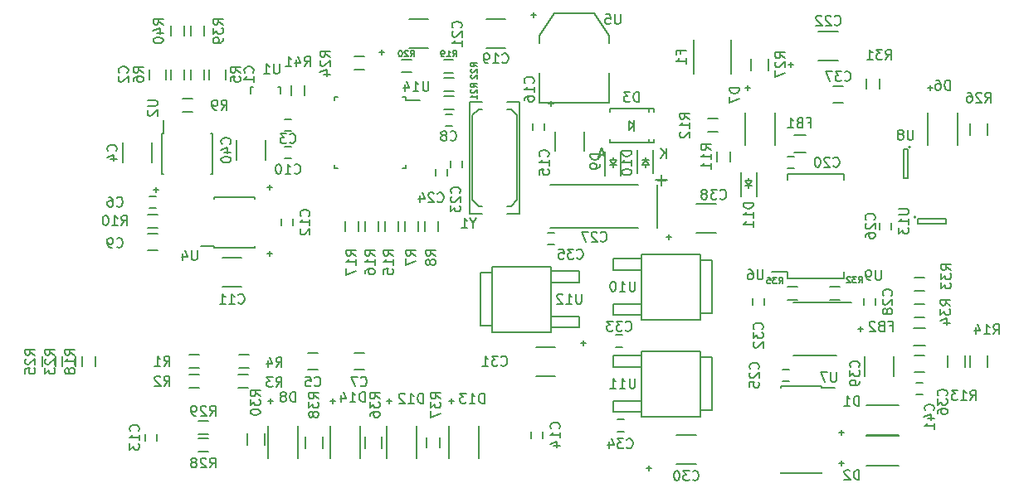
<source format=gbr>
G04 #@! TF.FileFunction,Legend,Bot*
%FSLAX46Y46*%
G04 Gerber Fmt 4.6, Leading zero omitted, Abs format (unit mm)*
G04 Created by KiCad (PCBNEW 4.0.3-stable) date 09/02/16 18:28:01*
%MOMM*%
%LPD*%
G01*
G04 APERTURE LIST*
%ADD10C,0.100000*%
%ADD11C,0.150000*%
%ADD12C,0.130000*%
%ADD13C,0.127000*%
G04 APERTURE END LIST*
D10*
D11*
X161925000Y-54995000D02*
X161925000Y-54745000D01*
X161925000Y-55495000D02*
X161925000Y-55745000D01*
X161925000Y-55495000D02*
X162275000Y-54995000D01*
X162275000Y-54995000D02*
X161575000Y-54995000D01*
X161575000Y-54995000D02*
X161925000Y-55495000D01*
X162275000Y-55495000D02*
X161575000Y-55495000D01*
X161125000Y-56545000D02*
X161125000Y-54145000D01*
X162725000Y-56545000D02*
X162725000Y-54145000D01*
X165227000Y-55495000D02*
X165227000Y-55745000D01*
X165227000Y-54995000D02*
X165227000Y-54745000D01*
X165227000Y-54995000D02*
X164877000Y-55495000D01*
X164877000Y-55495000D02*
X165577000Y-55495000D01*
X165577000Y-55495000D02*
X165227000Y-54995000D01*
X164877000Y-54995000D02*
X165577000Y-54995000D01*
X166027000Y-53945000D02*
X166027000Y-56345000D01*
X164427000Y-53945000D02*
X164427000Y-56345000D01*
X116293000Y-45728000D02*
X116293000Y-46728000D01*
X114593000Y-46728000D02*
X114593000Y-45728000D01*
X140785000Y-48572000D02*
X140785000Y-48897000D01*
X133535000Y-48572000D02*
X133535000Y-48897000D01*
X133535000Y-55822000D02*
X133535000Y-55497000D01*
X140785000Y-55822000D02*
X140785000Y-55497000D01*
X140785000Y-48572000D02*
X140460000Y-48572000D01*
X140785000Y-55822000D02*
X140460000Y-55822000D01*
X133535000Y-55822000D02*
X133860000Y-55822000D01*
X133535000Y-48572000D02*
X133860000Y-48572000D01*
X140785000Y-48897000D02*
X142210000Y-48897000D01*
X151511000Y-59690000D02*
X151130000Y-59690000D01*
X148209000Y-59690000D02*
X148590000Y-59690000D01*
X148209000Y-49784000D02*
X148590000Y-49784000D01*
X151511000Y-49784000D02*
X151130000Y-49784000D01*
X152400000Y-49022000D02*
X151130000Y-49022000D01*
X147320000Y-49022000D02*
X148590000Y-49022000D01*
X147320000Y-60452000D02*
X148590000Y-60452000D01*
X152400000Y-60452000D02*
X151130000Y-60452000D01*
X148209000Y-59690000D02*
X147574000Y-59055000D01*
X147574000Y-59055000D02*
X147574000Y-50419000D01*
X147574000Y-50419000D02*
X148209000Y-49784000D01*
X151511000Y-49784000D02*
X152146000Y-50419000D01*
X152146000Y-50419000D02*
X152146000Y-59055000D01*
X152146000Y-59055000D02*
X151511000Y-59690000D01*
X147320000Y-49022000D02*
X147320000Y-60452000D01*
X152400000Y-60452000D02*
X152400000Y-49022000D01*
X120689000Y-46728000D02*
X120689000Y-45728000D01*
X122389000Y-45728000D02*
X122389000Y-46728000D01*
X129128000Y-50835000D02*
X128428000Y-50835000D01*
X128428000Y-52035000D02*
X129128000Y-52035000D01*
X131818000Y-76415000D02*
X130818000Y-76415000D01*
X130818000Y-74715000D02*
X131818000Y-74715000D01*
X115285000Y-58709000D02*
X114585000Y-58709000D01*
X114585000Y-59909000D02*
X115285000Y-59909000D01*
X136517000Y-76415000D02*
X135517000Y-76415000D01*
X135517000Y-74715000D02*
X136517000Y-74715000D01*
X144811000Y-51527000D02*
X145511000Y-51527000D01*
X145511000Y-50327000D02*
X144811000Y-50327000D01*
X115435000Y-64223000D02*
X114435000Y-64223000D01*
X114435000Y-62523000D02*
X115435000Y-62523000D01*
X129128000Y-53629000D02*
X128428000Y-53629000D01*
X128428000Y-54829000D02*
X129128000Y-54829000D01*
X129251000Y-61691000D02*
X129251000Y-60991000D01*
X128051000Y-60991000D02*
X128051000Y-61691000D01*
X115408000Y-83662000D02*
X115408000Y-82962000D01*
X114208000Y-82962000D02*
X114208000Y-83662000D01*
X154778000Y-83408000D02*
X154778000Y-82708000D01*
X153578000Y-82708000D02*
X153578000Y-83408000D01*
X153705000Y-51212000D02*
X153705000Y-51912000D01*
X154905000Y-51912000D02*
X154905000Y-51212000D01*
X179736000Y-55845000D02*
X180436000Y-55845000D01*
X180436000Y-54645000D02*
X179736000Y-54645000D01*
X145323000Y-55022000D02*
X145323000Y-55722000D01*
X146523000Y-55722000D02*
X146523000Y-55022000D01*
X143799000Y-55911000D02*
X143799000Y-56611000D01*
X144999000Y-56611000D02*
X144999000Y-55911000D01*
X179228000Y-77562000D02*
X179928000Y-77562000D01*
X179928000Y-76362000D02*
X179228000Y-76362000D01*
X189138000Y-61372000D02*
X189138000Y-62072000D01*
X190338000Y-62072000D02*
X190338000Y-61372000D01*
X188687000Y-69819000D02*
X188687000Y-69119000D01*
X187487000Y-69119000D02*
X187487000Y-69819000D01*
X177384000Y-69819000D02*
X177384000Y-69119000D01*
X176184000Y-69119000D02*
X176184000Y-69819000D01*
X162210000Y-74069500D02*
X162910000Y-74069500D01*
X162910000Y-72869500D02*
X162210000Y-72869500D01*
X162337000Y-82705500D02*
X163037000Y-82705500D01*
X163037000Y-81505500D02*
X162337000Y-81505500D01*
X155925000Y-62392000D02*
X155225000Y-62392000D01*
X155225000Y-63592000D02*
X155925000Y-63592000D01*
X192667000Y-74969000D02*
X193667000Y-74969000D01*
X193667000Y-76669000D02*
X192667000Y-76669000D01*
X193517000Y-77759000D02*
X192817000Y-77759000D01*
X192817000Y-78959000D02*
X193517000Y-78959000D01*
D12*
X187782200Y-80010000D02*
X191084200Y-80010000D01*
X187782200Y-83058000D02*
X191084200Y-83058000D01*
X184988200Y-82804000D02*
X185496200Y-82804000D01*
X185242200Y-82550000D02*
X185242200Y-83058000D01*
X187782200Y-83185000D02*
X191084200Y-83185000D01*
X187782200Y-86233000D02*
X191084200Y-86233000D01*
X184988200Y-85979000D02*
X185496200Y-85979000D01*
X185242200Y-85725000D02*
X185242200Y-86233000D01*
D11*
X164080000Y-51435000D02*
X163530000Y-50985000D01*
X163530000Y-50985000D02*
X163530000Y-51885000D01*
X163530000Y-51885000D02*
X164080000Y-51435000D01*
X164080000Y-50885000D02*
X164080000Y-51985000D01*
X165629140Y-53185060D02*
X165629140Y-52834540D01*
X165629140Y-49684940D02*
X165629140Y-50035460D01*
X161579560Y-53185060D02*
X161579560Y-52834540D01*
X166080440Y-53185060D02*
X166080440Y-52834540D01*
X166080440Y-49684940D02*
X166080440Y-50035460D01*
X161579560Y-49684940D02*
X161579560Y-50035460D01*
X166080440Y-53185060D02*
X161579560Y-53185060D01*
X166080440Y-49684940D02*
X161579560Y-49684940D01*
D12*
X197104000Y-50114200D02*
X197104000Y-53416200D01*
X194056000Y-50114200D02*
X194056000Y-53416200D01*
X194310000Y-47320200D02*
X194310000Y-47828200D01*
X194564000Y-47574200D02*
X194056000Y-47574200D01*
X178435000Y-50114200D02*
X178435000Y-53416200D01*
X175387000Y-50114200D02*
X175387000Y-53416200D01*
X175641000Y-47320200D02*
X175641000Y-47828200D01*
X175895000Y-47574200D02*
X175387000Y-47574200D01*
X129794000Y-82169000D02*
X129794000Y-85471000D01*
X126746000Y-82169000D02*
X126746000Y-85471000D01*
X127000000Y-79375000D02*
X127000000Y-79883000D01*
X127254000Y-79629000D02*
X126746000Y-79629000D01*
X141859000Y-82118200D02*
X141859000Y-85420200D01*
X138811000Y-82118200D02*
X138811000Y-85420200D01*
X139065000Y-79324200D02*
X139065000Y-79832200D01*
X139319000Y-79578200D02*
X138811000Y-79578200D01*
X148209000Y-82118200D02*
X148209000Y-85420200D01*
X145161000Y-82118200D02*
X145161000Y-85420200D01*
X145415000Y-79324200D02*
X145415000Y-79832200D01*
X145669000Y-79578200D02*
X145161000Y-79578200D01*
X136144000Y-82118200D02*
X136144000Y-85420200D01*
X133096000Y-82118200D02*
X133096000Y-85420200D01*
X133350000Y-79324200D02*
X133350000Y-79832200D01*
X133604000Y-79578200D02*
X133096000Y-79578200D01*
D11*
X173964600Y-42722800D02*
X173964600Y-46177200D01*
X170205400Y-42722800D02*
X170205400Y-46177200D01*
X180375000Y-54215000D02*
X181575000Y-54215000D01*
X181575000Y-52465000D02*
X180375000Y-52465000D01*
X192567000Y-73900000D02*
X193767000Y-73900000D01*
X193767000Y-72150000D02*
X192567000Y-72150000D01*
X119689500Y-74890000D02*
X118689500Y-74890000D01*
X118689500Y-76240000D02*
X119689500Y-76240000D01*
X119676800Y-76871200D02*
X118676800Y-76871200D01*
X118676800Y-78221200D02*
X119676800Y-78221200D01*
X124706000Y-76922000D02*
X123706000Y-76922000D01*
X123706000Y-78272000D02*
X124706000Y-78272000D01*
X124749000Y-74890000D02*
X123749000Y-74890000D01*
X123749000Y-76240000D02*
X124749000Y-76240000D01*
X120182000Y-46728000D02*
X120182000Y-45728000D01*
X118832000Y-45728000D02*
X118832000Y-46728000D01*
X118150000Y-46728000D02*
X118150000Y-45728000D01*
X116800000Y-45728000D02*
X116800000Y-46728000D01*
X140676000Y-61222000D02*
X140676000Y-62222000D01*
X142026000Y-62222000D02*
X142026000Y-61222000D01*
X142708000Y-61222000D02*
X142708000Y-62222000D01*
X144058000Y-62222000D02*
X144058000Y-61222000D01*
X118991000Y-48728000D02*
X117991000Y-48728000D01*
X117991000Y-50078000D02*
X118991000Y-50078000D01*
X114435000Y-61889000D02*
X115435000Y-61889000D01*
X115435000Y-60539000D02*
X114435000Y-60539000D01*
X172553000Y-54110000D02*
X172553000Y-55110000D01*
X173903000Y-55110000D02*
X173903000Y-54110000D01*
X171585000Y-52110000D02*
X172585000Y-52110000D01*
X172585000Y-50760000D02*
X171585000Y-50760000D01*
X197852000Y-76165000D02*
X197852000Y-74965000D01*
X196102000Y-74965000D02*
X196102000Y-76165000D01*
X200138000Y-76165000D02*
X200138000Y-74965000D01*
X198388000Y-74965000D02*
X198388000Y-76165000D01*
X140019400Y-62222000D02*
X140019400Y-61222000D01*
X138669400Y-61222000D02*
X138669400Y-62222000D01*
X138025500Y-62222000D02*
X138025500Y-61222000D01*
X136675500Y-61222000D02*
X136675500Y-62222000D01*
X135955400Y-62222000D02*
X135955400Y-61222000D01*
X134605400Y-61222000D02*
X134605400Y-62222000D01*
X109133000Y-76065000D02*
X109133000Y-75065000D01*
X107783000Y-75065000D02*
X107783000Y-76065000D01*
X145643400Y-44702100D02*
X144643400Y-44702100D01*
X144643400Y-46052100D02*
X145643400Y-46052100D01*
X141343000Y-44689400D02*
X140343000Y-44689400D01*
X140343000Y-46039400D02*
X141343000Y-46039400D01*
X145665900Y-48461300D02*
X144665900Y-48461300D01*
X144665900Y-49811300D02*
X145665900Y-49811300D01*
X145661000Y-46594400D02*
X144661000Y-46594400D01*
X144661000Y-47944400D02*
X145661000Y-47944400D01*
X107101000Y-76065000D02*
X107101000Y-75065000D01*
X105751000Y-75065000D02*
X105751000Y-76065000D01*
X136567800Y-44397300D02*
X135567800Y-44397300D01*
X135567800Y-45747300D02*
X136567800Y-45747300D01*
X105069000Y-76065000D02*
X105069000Y-75065000D01*
X103719000Y-75065000D02*
X103719000Y-76065000D01*
X200138000Y-52416000D02*
X200138000Y-51216000D01*
X198388000Y-51216000D02*
X198388000Y-52416000D01*
X176036000Y-44612000D02*
X176036000Y-45812000D01*
X177786000Y-45812000D02*
X177786000Y-44612000D01*
X120642000Y-83399000D02*
X119642000Y-83399000D01*
X119642000Y-84749000D02*
X120642000Y-84749000D01*
X120642000Y-81621000D02*
X119642000Y-81621000D01*
X119642000Y-82971000D02*
X120642000Y-82971000D01*
X126351000Y-84086000D02*
X126351000Y-82886000D01*
X124601000Y-82886000D02*
X124601000Y-84086000D01*
X187754900Y-46680500D02*
X187754900Y-47680500D01*
X189104900Y-47680500D02*
X189104900Y-46680500D01*
X185074000Y-67905000D02*
X184074000Y-67905000D01*
X184074000Y-69255000D02*
X185074000Y-69255000D01*
X193667000Y-67016000D02*
X192667000Y-67016000D01*
X192667000Y-68366000D02*
X193667000Y-68366000D01*
X193667000Y-69683000D02*
X192667000Y-69683000D01*
X192667000Y-71033000D02*
X193667000Y-71033000D01*
X180713000Y-67905000D02*
X179713000Y-67905000D01*
X179713000Y-69255000D02*
X180713000Y-69255000D01*
X138352500Y-84420000D02*
X138352500Y-83220000D01*
X136602500Y-83220000D02*
X136602500Y-84420000D01*
X144248500Y-84320000D02*
X144248500Y-83320000D01*
X142898500Y-83320000D02*
X142898500Y-84320000D01*
X132320000Y-84420000D02*
X132320000Y-83220000D01*
X130570000Y-83220000D02*
X130570000Y-84420000D01*
X120182000Y-42283000D02*
X120182000Y-41283000D01*
X118832000Y-41283000D02*
X118832000Y-42283000D01*
X118150000Y-42283000D02*
X118150000Y-41283000D01*
X116800000Y-41283000D02*
X116800000Y-42283000D01*
X115916000Y-52281000D02*
X116061000Y-52281000D01*
X115916000Y-56431000D02*
X116061000Y-56431000D01*
X121066000Y-56431000D02*
X120921000Y-56431000D01*
X121066000Y-52281000D02*
X120921000Y-52281000D01*
X115916000Y-52281000D02*
X115916000Y-56431000D01*
X121066000Y-52281000D02*
X121066000Y-56431000D01*
X116061000Y-52281000D02*
X116061000Y-50881000D01*
D12*
X115316000Y-58293000D02*
X115316000Y-57785000D01*
X115062000Y-58039000D02*
X115570000Y-58039000D01*
D11*
X114886000Y-53229000D02*
X114886000Y-55229000D01*
X111936000Y-55229000D02*
X111936000Y-53229000D01*
D12*
X127127000Y-64516000D02*
X126619000Y-64516000D01*
X126873000Y-64770000D02*
X126873000Y-64262000D01*
D11*
X122063000Y-64946000D02*
X124063000Y-64946000D01*
X124063000Y-67896000D02*
X122063000Y-67896000D01*
D12*
X155575000Y-48990000D02*
X155575000Y-49498000D01*
X155829000Y-49244000D02*
X155321000Y-49244000D01*
D11*
X156005000Y-54054000D02*
X156005000Y-52054000D01*
X158955000Y-52054000D02*
X158955000Y-54054000D01*
D12*
X154051000Y-40132000D02*
X153543000Y-40132000D01*
X153797000Y-40386000D02*
X153797000Y-39878000D01*
D11*
X148987000Y-40562000D02*
X150987000Y-40562000D01*
X150987000Y-43512000D02*
X148987000Y-43512000D01*
D12*
X138049000Y-43942000D02*
X138557000Y-43942000D01*
X138303000Y-43688000D02*
X138303000Y-44196000D01*
D11*
X143113000Y-43512000D02*
X141113000Y-43512000D01*
X141113000Y-40562000D02*
X143113000Y-40562000D01*
D12*
X179832000Y-45212000D02*
X180340000Y-45212000D01*
X180086000Y-44958000D02*
X180086000Y-45466000D01*
D11*
X184896000Y-44782000D02*
X182896000Y-44782000D01*
X182896000Y-41832000D02*
X184896000Y-41832000D01*
X166423340Y-57490360D02*
X166423340Y-61889640D01*
X164520880Y-61889640D02*
X155519120Y-61889640D01*
X155519120Y-57490360D02*
X164520880Y-57490360D01*
X166878000Y-56487060D02*
X166878000Y-57586880D01*
X167477440Y-56987440D02*
X166278560Y-56987440D01*
D12*
X165341300Y-86487000D02*
X165849300Y-86487000D01*
X165595300Y-86233000D02*
X165595300Y-86741000D01*
D11*
X170405300Y-86057000D02*
X168405300Y-86057000D01*
X168405300Y-83107000D02*
X170405300Y-83107000D01*
D12*
X159131000Y-73660000D02*
X158623000Y-73660000D01*
X158877000Y-73914000D02*
X158877000Y-73406000D01*
D11*
X154067000Y-74090000D02*
X156067000Y-74090000D01*
X156067000Y-77040000D02*
X154067000Y-77040000D01*
X184412000Y-47410000D02*
X185412000Y-47410000D01*
X185412000Y-49110000D02*
X184412000Y-49110000D01*
D12*
X167386000Y-62865000D02*
X167894000Y-62865000D01*
X167640000Y-62611000D02*
X167640000Y-63119000D01*
D11*
X172450000Y-62435000D02*
X170450000Y-62435000D01*
X170450000Y-59485000D02*
X172450000Y-59485000D01*
D12*
X187198000Y-72009000D02*
X187198000Y-72517000D01*
X187452000Y-72263000D02*
X186944000Y-72263000D01*
D11*
X187628000Y-77073000D02*
X187628000Y-75073000D01*
X190578000Y-75073000D02*
X190578000Y-77073000D01*
D12*
X126873000Y-58039000D02*
X126873000Y-57531000D01*
X126619000Y-57785000D02*
X127127000Y-57785000D01*
D11*
X126443000Y-52975000D02*
X126443000Y-54975000D01*
X123493000Y-54975000D02*
X123493000Y-52975000D01*
X175768000Y-57115000D02*
X175768000Y-56865000D01*
X175768000Y-57615000D02*
X175768000Y-57865000D01*
X175768000Y-57615000D02*
X176118000Y-57115000D01*
X176118000Y-57115000D02*
X175418000Y-57115000D01*
X175418000Y-57115000D02*
X175768000Y-57615000D01*
X176118000Y-57615000D02*
X175418000Y-57615000D01*
X174968000Y-58665000D02*
X174968000Y-56265000D01*
X176568000Y-58665000D02*
X176568000Y-56265000D01*
X125192840Y-47482760D02*
X125241100Y-47482760D01*
X127991820Y-48183800D02*
X127991820Y-47482760D01*
X127991820Y-47482760D02*
X127742900Y-47482760D01*
X125192840Y-47482760D02*
X124992180Y-47482760D01*
X124992180Y-47482760D02*
X124992180Y-48183800D01*
X161544000Y-46101000D02*
X161544000Y-49149000D01*
X161544000Y-49149000D02*
X154432000Y-49149000D01*
X154432000Y-49149000D02*
X154432000Y-46101000D01*
X161544000Y-43053000D02*
X161544000Y-42291000D01*
X161544000Y-42291000D02*
X160020000Y-40005000D01*
X160020000Y-40005000D02*
X155956000Y-40005000D01*
X155956000Y-40005000D02*
X154432000Y-42291000D01*
X154432000Y-42291000D02*
X154432000Y-43053000D01*
X179751000Y-67047000D02*
X179751000Y-66397000D01*
X185501000Y-67047000D02*
X185501000Y-66397000D01*
X185501000Y-56397000D02*
X185501000Y-57047000D01*
X179751000Y-56397000D02*
X179751000Y-57047000D01*
X179751000Y-67047000D02*
X185501000Y-67047000D01*
X179751000Y-56397000D02*
X185501000Y-56397000D01*
X179751000Y-66397000D02*
X178151000Y-66397000D01*
X183177000Y-78100000D02*
X183177000Y-78215000D01*
X179027000Y-78100000D02*
X179027000Y-78215000D01*
X179027000Y-87000000D02*
X179027000Y-86885000D01*
X183177000Y-87000000D02*
X183177000Y-86885000D01*
X183177000Y-78100000D02*
X179027000Y-78100000D01*
X183177000Y-87000000D02*
X179027000Y-87000000D01*
X183177000Y-78215000D02*
X184552000Y-78215000D01*
X192295400Y-53661800D02*
G75*
G03X192295400Y-53661800I-100000J0D01*
G01*
X191545400Y-53911800D02*
X192045400Y-53911800D01*
X191545400Y-56811800D02*
X191545400Y-53911800D01*
X192045400Y-56811800D02*
X191545400Y-56811800D01*
X192045400Y-53911800D02*
X192045400Y-56811800D01*
X184699000Y-74988000D02*
X180299000Y-74988000D01*
X186274000Y-69538000D02*
X180299000Y-69538000D01*
X192837000Y-60814000D02*
G75*
G03X192837000Y-60814000I-100000J0D01*
G01*
X192987000Y-61464000D02*
X192987000Y-60964000D01*
X195887000Y-61464000D02*
X192987000Y-61464000D01*
X195887000Y-60964000D02*
X195887000Y-61464000D01*
X192987000Y-60964000D02*
X195887000Y-60964000D01*
X130469000Y-48379000D02*
X130469000Y-47379000D01*
X129119000Y-47379000D02*
X129119000Y-48379000D01*
X121242000Y-63916000D02*
X121242000Y-63771000D01*
X125392000Y-63916000D02*
X125392000Y-63771000D01*
X125392000Y-58766000D02*
X125392000Y-58911000D01*
X121242000Y-58766000D02*
X121242000Y-58911000D01*
X121242000Y-63916000D02*
X125392000Y-63916000D01*
X121242000Y-58766000D02*
X125392000Y-58766000D01*
X121242000Y-63771000D02*
X119842000Y-63771000D01*
X170848384Y-70650100D02*
X172042184Y-70650100D01*
X172042184Y-70650100D02*
X172042184Y-65239900D01*
X172042184Y-65239900D02*
X170835684Y-65239900D01*
X164841284Y-66217800D02*
X161932984Y-66217800D01*
X161932984Y-65074800D02*
X164841284Y-65074800D01*
X161932984Y-66217800D02*
X161932984Y-65074800D01*
X161932984Y-70815200D02*
X161932984Y-69672200D01*
X161932984Y-69672200D02*
X164841284Y-69672200D01*
X164841284Y-70815200D02*
X161932984Y-70815200D01*
X164841284Y-64592200D02*
X170835684Y-64592200D01*
X170835684Y-64592200D02*
X170835684Y-71297800D01*
X170835684Y-71297800D02*
X164841284Y-71297800D01*
X164841284Y-64592200D02*
X164841284Y-71297800D01*
X170848384Y-80553062D02*
X172042184Y-80553062D01*
X172042184Y-80553062D02*
X172042184Y-75142862D01*
X172042184Y-75142862D02*
X170835684Y-75142862D01*
X164841284Y-76120762D02*
X161932984Y-76120762D01*
X161932984Y-74977762D02*
X164841284Y-74977762D01*
X161932984Y-76120762D02*
X161932984Y-74977762D01*
X161932984Y-80718162D02*
X161932984Y-79575162D01*
X161932984Y-79575162D02*
X164841284Y-79575162D01*
X164841284Y-80718162D02*
X161932984Y-80718162D01*
X164841284Y-74495162D02*
X170835684Y-74495162D01*
X170835684Y-74495162D02*
X170835684Y-81200762D01*
X170835684Y-81200762D02*
X164841284Y-81200762D01*
X164841284Y-74495162D02*
X164841284Y-81200762D01*
X149598380Y-66509900D02*
X148404580Y-66509900D01*
X148404580Y-66509900D02*
X148404580Y-71920100D01*
X148404580Y-71920100D02*
X149611080Y-71920100D01*
X155605480Y-70942200D02*
X158513780Y-70942200D01*
X158513780Y-72085200D02*
X155605480Y-72085200D01*
X158513780Y-70942200D02*
X158513780Y-72085200D01*
X158513780Y-66344800D02*
X158513780Y-67487800D01*
X158513780Y-67487800D02*
X155605480Y-67487800D01*
X155605480Y-66344800D02*
X158513780Y-66344800D01*
X155605480Y-72567800D02*
X149611080Y-72567800D01*
X149611080Y-72567800D02*
X149611080Y-65862200D01*
X149611080Y-65862200D02*
X155605480Y-65862200D01*
X155605480Y-72567800D02*
X155605480Y-65862200D01*
X160599381Y-54379905D02*
X159599381Y-54379905D01*
X159599381Y-54618000D01*
X159647000Y-54760858D01*
X159742238Y-54856096D01*
X159837476Y-54903715D01*
X160027952Y-54951334D01*
X160170810Y-54951334D01*
X160361286Y-54903715D01*
X160456524Y-54856096D01*
X160551762Y-54760858D01*
X160599381Y-54618000D01*
X160599381Y-54379905D01*
X160599381Y-55427524D02*
X160599381Y-55618000D01*
X160551762Y-55713239D01*
X160504143Y-55760858D01*
X160361286Y-55856096D01*
X160170810Y-55903715D01*
X159789857Y-55903715D01*
X159694619Y-55856096D01*
X159647000Y-55808477D01*
X159599381Y-55713239D01*
X159599381Y-55522762D01*
X159647000Y-55427524D01*
X159694619Y-55379905D01*
X159789857Y-55332286D01*
X160027952Y-55332286D01*
X160123190Y-55379905D01*
X160170810Y-55427524D01*
X160218429Y-55522762D01*
X160218429Y-55713239D01*
X160170810Y-55808477D01*
X160123190Y-55856096D01*
X160027952Y-55903715D01*
X163829381Y-54030714D02*
X162829381Y-54030714D01*
X162829381Y-54268809D01*
X162877000Y-54411667D01*
X162972238Y-54506905D01*
X163067476Y-54554524D01*
X163257952Y-54602143D01*
X163400810Y-54602143D01*
X163591286Y-54554524D01*
X163686524Y-54506905D01*
X163781762Y-54411667D01*
X163829381Y-54268809D01*
X163829381Y-54030714D01*
X163829381Y-55554524D02*
X163829381Y-54983095D01*
X163829381Y-55268809D02*
X162829381Y-55268809D01*
X162972238Y-55173571D01*
X163067476Y-55078333D01*
X163115095Y-54983095D01*
X162829381Y-56173571D02*
X162829381Y-56268810D01*
X162877000Y-56364048D01*
X162924619Y-56411667D01*
X163019857Y-56459286D01*
X163210333Y-56506905D01*
X163448429Y-56506905D01*
X163638905Y-56459286D01*
X163734143Y-56411667D01*
X163781762Y-56364048D01*
X163829381Y-56268810D01*
X163829381Y-56173571D01*
X163781762Y-56078333D01*
X163734143Y-56030714D01*
X163638905Y-55983095D01*
X163448429Y-55935476D01*
X163210333Y-55935476D01*
X163019857Y-55983095D01*
X162924619Y-56030714D01*
X162877000Y-56078333D01*
X162829381Y-56173571D01*
X112371143Y-46061334D02*
X112418762Y-46013715D01*
X112466381Y-45870858D01*
X112466381Y-45775620D01*
X112418762Y-45632762D01*
X112323524Y-45537524D01*
X112228286Y-45489905D01*
X112037810Y-45442286D01*
X111894952Y-45442286D01*
X111704476Y-45489905D01*
X111609238Y-45537524D01*
X111514000Y-45632762D01*
X111466381Y-45775620D01*
X111466381Y-45870858D01*
X111514000Y-46013715D01*
X111561619Y-46061334D01*
X111561619Y-46442286D02*
X111514000Y-46489905D01*
X111466381Y-46585143D01*
X111466381Y-46823239D01*
X111514000Y-46918477D01*
X111561619Y-46966096D01*
X111656857Y-47013715D01*
X111752095Y-47013715D01*
X111894952Y-46966096D01*
X112466381Y-46394667D01*
X112466381Y-47013715D01*
X143097095Y-46950381D02*
X143097095Y-47759905D01*
X143049476Y-47855143D01*
X143001857Y-47902762D01*
X142906619Y-47950381D01*
X142716142Y-47950381D01*
X142620904Y-47902762D01*
X142573285Y-47855143D01*
X142525666Y-47759905D01*
X142525666Y-46950381D01*
X141525666Y-47950381D02*
X142097095Y-47950381D01*
X141811381Y-47950381D02*
X141811381Y-46950381D01*
X141906619Y-47093238D01*
X142001857Y-47188476D01*
X142097095Y-47236095D01*
X140668523Y-47283714D02*
X140668523Y-47950381D01*
X140906619Y-46902762D02*
X141144714Y-47617048D01*
X140525666Y-47617048D01*
X147669191Y-61444190D02*
X147669191Y-61920381D01*
X148002524Y-60920381D02*
X147669191Y-61444190D01*
X147335857Y-60920381D01*
X146478714Y-61920381D02*
X147050143Y-61920381D01*
X146764429Y-61920381D02*
X146764429Y-60920381D01*
X146859667Y-61063238D01*
X146954905Y-61158476D01*
X147050143Y-61206095D01*
X125198143Y-46061334D02*
X125245762Y-46013715D01*
X125293381Y-45870858D01*
X125293381Y-45775620D01*
X125245762Y-45632762D01*
X125150524Y-45537524D01*
X125055286Y-45489905D01*
X124864810Y-45442286D01*
X124721952Y-45442286D01*
X124531476Y-45489905D01*
X124436238Y-45537524D01*
X124341000Y-45632762D01*
X124293381Y-45775620D01*
X124293381Y-45870858D01*
X124341000Y-46013715D01*
X124388619Y-46061334D01*
X125293381Y-47013715D02*
X125293381Y-46442286D01*
X125293381Y-46728000D02*
X124293381Y-46728000D01*
X124436238Y-46632762D01*
X124531476Y-46537524D01*
X124579095Y-46442286D01*
X128944666Y-53189143D02*
X128992285Y-53236762D01*
X129135142Y-53284381D01*
X129230380Y-53284381D01*
X129373238Y-53236762D01*
X129468476Y-53141524D01*
X129516095Y-53046286D01*
X129563714Y-52855810D01*
X129563714Y-52712952D01*
X129516095Y-52522476D01*
X129468476Y-52427238D01*
X129373238Y-52332000D01*
X129230380Y-52284381D01*
X129135142Y-52284381D01*
X128992285Y-52332000D01*
X128944666Y-52379619D01*
X128611333Y-52284381D02*
X127992285Y-52284381D01*
X128325619Y-52665333D01*
X128182761Y-52665333D01*
X128087523Y-52712952D01*
X128039904Y-52760571D01*
X127992285Y-52855810D01*
X127992285Y-53093905D01*
X128039904Y-53189143D01*
X128087523Y-53236762D01*
X128182761Y-53284381D01*
X128468476Y-53284381D01*
X128563714Y-53236762D01*
X128611333Y-53189143D01*
X131484666Y-78022143D02*
X131532285Y-78069762D01*
X131675142Y-78117381D01*
X131770380Y-78117381D01*
X131913238Y-78069762D01*
X132008476Y-77974524D01*
X132056095Y-77879286D01*
X132103714Y-77688810D01*
X132103714Y-77545952D01*
X132056095Y-77355476D01*
X132008476Y-77260238D01*
X131913238Y-77165000D01*
X131770380Y-77117381D01*
X131675142Y-77117381D01*
X131532285Y-77165000D01*
X131484666Y-77212619D01*
X130579904Y-77117381D02*
X131056095Y-77117381D01*
X131103714Y-77593571D01*
X131056095Y-77545952D01*
X130960857Y-77498333D01*
X130722761Y-77498333D01*
X130627523Y-77545952D01*
X130579904Y-77593571D01*
X130532285Y-77688810D01*
X130532285Y-77926905D01*
X130579904Y-78022143D01*
X130627523Y-78069762D01*
X130722761Y-78117381D01*
X130960857Y-78117381D01*
X131056095Y-78069762D01*
X131103714Y-78022143D01*
X111291666Y-59666143D02*
X111339285Y-59713762D01*
X111482142Y-59761381D01*
X111577380Y-59761381D01*
X111720238Y-59713762D01*
X111815476Y-59618524D01*
X111863095Y-59523286D01*
X111910714Y-59332810D01*
X111910714Y-59189952D01*
X111863095Y-58999476D01*
X111815476Y-58904238D01*
X111720238Y-58809000D01*
X111577380Y-58761381D01*
X111482142Y-58761381D01*
X111339285Y-58809000D01*
X111291666Y-58856619D01*
X110434523Y-58761381D02*
X110625000Y-58761381D01*
X110720238Y-58809000D01*
X110767857Y-58856619D01*
X110863095Y-58999476D01*
X110910714Y-59189952D01*
X110910714Y-59570905D01*
X110863095Y-59666143D01*
X110815476Y-59713762D01*
X110720238Y-59761381D01*
X110529761Y-59761381D01*
X110434523Y-59713762D01*
X110386904Y-59666143D01*
X110339285Y-59570905D01*
X110339285Y-59332810D01*
X110386904Y-59237571D01*
X110434523Y-59189952D01*
X110529761Y-59142333D01*
X110720238Y-59142333D01*
X110815476Y-59189952D01*
X110863095Y-59237571D01*
X110910714Y-59332810D01*
X136183666Y-78022143D02*
X136231285Y-78069762D01*
X136374142Y-78117381D01*
X136469380Y-78117381D01*
X136612238Y-78069762D01*
X136707476Y-77974524D01*
X136755095Y-77879286D01*
X136802714Y-77688810D01*
X136802714Y-77545952D01*
X136755095Y-77355476D01*
X136707476Y-77260238D01*
X136612238Y-77165000D01*
X136469380Y-77117381D01*
X136374142Y-77117381D01*
X136231285Y-77165000D01*
X136183666Y-77212619D01*
X135850333Y-77117381D02*
X135183666Y-77117381D01*
X135612238Y-78117381D01*
X145327666Y-52935143D02*
X145375285Y-52982762D01*
X145518142Y-53030381D01*
X145613380Y-53030381D01*
X145756238Y-52982762D01*
X145851476Y-52887524D01*
X145899095Y-52792286D01*
X145946714Y-52601810D01*
X145946714Y-52458952D01*
X145899095Y-52268476D01*
X145851476Y-52173238D01*
X145756238Y-52078000D01*
X145613380Y-52030381D01*
X145518142Y-52030381D01*
X145375285Y-52078000D01*
X145327666Y-52125619D01*
X144756238Y-52458952D02*
X144851476Y-52411333D01*
X144899095Y-52363714D01*
X144946714Y-52268476D01*
X144946714Y-52220857D01*
X144899095Y-52125619D01*
X144851476Y-52078000D01*
X144756238Y-52030381D01*
X144565761Y-52030381D01*
X144470523Y-52078000D01*
X144422904Y-52125619D01*
X144375285Y-52220857D01*
X144375285Y-52268476D01*
X144422904Y-52363714D01*
X144470523Y-52411333D01*
X144565761Y-52458952D01*
X144756238Y-52458952D01*
X144851476Y-52506571D01*
X144899095Y-52554190D01*
X144946714Y-52649429D01*
X144946714Y-52839905D01*
X144899095Y-52935143D01*
X144851476Y-52982762D01*
X144756238Y-53030381D01*
X144565761Y-53030381D01*
X144470523Y-52982762D01*
X144422904Y-52935143D01*
X144375285Y-52839905D01*
X144375285Y-52649429D01*
X144422904Y-52554190D01*
X144470523Y-52506571D01*
X144565761Y-52458952D01*
X111291666Y-63857143D02*
X111339285Y-63904762D01*
X111482142Y-63952381D01*
X111577380Y-63952381D01*
X111720238Y-63904762D01*
X111815476Y-63809524D01*
X111863095Y-63714286D01*
X111910714Y-63523810D01*
X111910714Y-63380952D01*
X111863095Y-63190476D01*
X111815476Y-63095238D01*
X111720238Y-63000000D01*
X111577380Y-62952381D01*
X111482142Y-62952381D01*
X111339285Y-63000000D01*
X111291666Y-63047619D01*
X110815476Y-63952381D02*
X110625000Y-63952381D01*
X110529761Y-63904762D01*
X110482142Y-63857143D01*
X110386904Y-63714286D01*
X110339285Y-63523810D01*
X110339285Y-63142857D01*
X110386904Y-63047619D01*
X110434523Y-63000000D01*
X110529761Y-62952381D01*
X110720238Y-62952381D01*
X110815476Y-63000000D01*
X110863095Y-63047619D01*
X110910714Y-63142857D01*
X110910714Y-63380952D01*
X110863095Y-63476190D01*
X110815476Y-63523810D01*
X110720238Y-63571429D01*
X110529761Y-63571429D01*
X110434523Y-63523810D01*
X110386904Y-63476190D01*
X110339285Y-63380952D01*
X129420857Y-56300643D02*
X129468476Y-56348262D01*
X129611333Y-56395881D01*
X129706571Y-56395881D01*
X129849429Y-56348262D01*
X129944667Y-56253024D01*
X129992286Y-56157786D01*
X130039905Y-55967310D01*
X130039905Y-55824452D01*
X129992286Y-55633976D01*
X129944667Y-55538738D01*
X129849429Y-55443500D01*
X129706571Y-55395881D01*
X129611333Y-55395881D01*
X129468476Y-55443500D01*
X129420857Y-55491119D01*
X128468476Y-56395881D02*
X129039905Y-56395881D01*
X128754191Y-56395881D02*
X128754191Y-55395881D01*
X128849429Y-55538738D01*
X128944667Y-55633976D01*
X129039905Y-55681595D01*
X127849429Y-55395881D02*
X127754190Y-55395881D01*
X127658952Y-55443500D01*
X127611333Y-55491119D01*
X127563714Y-55586357D01*
X127516095Y-55776833D01*
X127516095Y-56014929D01*
X127563714Y-56205405D01*
X127611333Y-56300643D01*
X127658952Y-56348262D01*
X127754190Y-56395881D01*
X127849429Y-56395881D01*
X127944667Y-56348262D01*
X127992286Y-56300643D01*
X128039905Y-56205405D01*
X128087524Y-56014929D01*
X128087524Y-55776833D01*
X128039905Y-55586357D01*
X127992286Y-55491119D01*
X127944667Y-55443500D01*
X127849429Y-55395881D01*
X130908143Y-60698143D02*
X130955762Y-60650524D01*
X131003381Y-60507667D01*
X131003381Y-60412429D01*
X130955762Y-60269571D01*
X130860524Y-60174333D01*
X130765286Y-60126714D01*
X130574810Y-60079095D01*
X130431952Y-60079095D01*
X130241476Y-60126714D01*
X130146238Y-60174333D01*
X130051000Y-60269571D01*
X130003381Y-60412429D01*
X130003381Y-60507667D01*
X130051000Y-60650524D01*
X130098619Y-60698143D01*
X131003381Y-61650524D02*
X131003381Y-61079095D01*
X131003381Y-61364809D02*
X130003381Y-61364809D01*
X130146238Y-61269571D01*
X130241476Y-61174333D01*
X130289095Y-61079095D01*
X130098619Y-62031476D02*
X130051000Y-62079095D01*
X130003381Y-62174333D01*
X130003381Y-62412429D01*
X130051000Y-62507667D01*
X130098619Y-62555286D01*
X130193857Y-62602905D01*
X130289095Y-62602905D01*
X130431952Y-62555286D01*
X131003381Y-61983857D01*
X131003381Y-62602905D01*
X113514143Y-82669143D02*
X113561762Y-82621524D01*
X113609381Y-82478667D01*
X113609381Y-82383429D01*
X113561762Y-82240571D01*
X113466524Y-82145333D01*
X113371286Y-82097714D01*
X113180810Y-82050095D01*
X113037952Y-82050095D01*
X112847476Y-82097714D01*
X112752238Y-82145333D01*
X112657000Y-82240571D01*
X112609381Y-82383429D01*
X112609381Y-82478667D01*
X112657000Y-82621524D01*
X112704619Y-82669143D01*
X113609381Y-83621524D02*
X113609381Y-83050095D01*
X113609381Y-83335809D02*
X112609381Y-83335809D01*
X112752238Y-83240571D01*
X112847476Y-83145333D01*
X112895095Y-83050095D01*
X112609381Y-83954857D02*
X112609381Y-84573905D01*
X112990333Y-84240571D01*
X112990333Y-84383429D01*
X113037952Y-84478667D01*
X113085571Y-84526286D01*
X113180810Y-84573905D01*
X113418905Y-84573905D01*
X113514143Y-84526286D01*
X113561762Y-84478667D01*
X113609381Y-84383429D01*
X113609381Y-84097714D01*
X113561762Y-84002476D01*
X113514143Y-83954857D01*
X156435143Y-82415143D02*
X156482762Y-82367524D01*
X156530381Y-82224667D01*
X156530381Y-82129429D01*
X156482762Y-81986571D01*
X156387524Y-81891333D01*
X156292286Y-81843714D01*
X156101810Y-81796095D01*
X155958952Y-81796095D01*
X155768476Y-81843714D01*
X155673238Y-81891333D01*
X155578000Y-81986571D01*
X155530381Y-82129429D01*
X155530381Y-82224667D01*
X155578000Y-82367524D01*
X155625619Y-82415143D01*
X156530381Y-83367524D02*
X156530381Y-82796095D01*
X156530381Y-83081809D02*
X155530381Y-83081809D01*
X155673238Y-82986571D01*
X155768476Y-82891333D01*
X155816095Y-82796095D01*
X155863714Y-84224667D02*
X156530381Y-84224667D01*
X155482762Y-83986571D02*
X156197048Y-83748476D01*
X156197048Y-84367524D01*
X153773143Y-47109143D02*
X153820762Y-47061524D01*
X153868381Y-46918667D01*
X153868381Y-46823429D01*
X153820762Y-46680571D01*
X153725524Y-46585333D01*
X153630286Y-46537714D01*
X153439810Y-46490095D01*
X153296952Y-46490095D01*
X153106476Y-46537714D01*
X153011238Y-46585333D01*
X152916000Y-46680571D01*
X152868381Y-46823429D01*
X152868381Y-46918667D01*
X152916000Y-47061524D01*
X152963619Y-47109143D01*
X153868381Y-48061524D02*
X153868381Y-47490095D01*
X153868381Y-47775809D02*
X152868381Y-47775809D01*
X153011238Y-47680571D01*
X153106476Y-47585333D01*
X153154095Y-47490095D01*
X152868381Y-48918667D02*
X152868381Y-48728190D01*
X152916000Y-48632952D01*
X152963619Y-48585333D01*
X153106476Y-48490095D01*
X153296952Y-48442476D01*
X153677905Y-48442476D01*
X153773143Y-48490095D01*
X153820762Y-48537714D01*
X153868381Y-48632952D01*
X153868381Y-48823429D01*
X153820762Y-48918667D01*
X153773143Y-48966286D01*
X153677905Y-49013905D01*
X153439810Y-49013905D01*
X153344571Y-48966286D01*
X153296952Y-48918667D01*
X153249333Y-48823429D01*
X153249333Y-48632952D01*
X153296952Y-48537714D01*
X153344571Y-48490095D01*
X153439810Y-48442476D01*
X184411857Y-55602143D02*
X184459476Y-55649762D01*
X184602333Y-55697381D01*
X184697571Y-55697381D01*
X184840429Y-55649762D01*
X184935667Y-55554524D01*
X184983286Y-55459286D01*
X185030905Y-55268810D01*
X185030905Y-55125952D01*
X184983286Y-54935476D01*
X184935667Y-54840238D01*
X184840429Y-54745000D01*
X184697571Y-54697381D01*
X184602333Y-54697381D01*
X184459476Y-54745000D01*
X184411857Y-54792619D01*
X184030905Y-54792619D02*
X183983286Y-54745000D01*
X183888048Y-54697381D01*
X183649952Y-54697381D01*
X183554714Y-54745000D01*
X183507095Y-54792619D01*
X183459476Y-54887857D01*
X183459476Y-54983095D01*
X183507095Y-55125952D01*
X184078524Y-55697381D01*
X183459476Y-55697381D01*
X182840429Y-54697381D02*
X182745190Y-54697381D01*
X182649952Y-54745000D01*
X182602333Y-54792619D01*
X182554714Y-54887857D01*
X182507095Y-55078333D01*
X182507095Y-55316429D01*
X182554714Y-55506905D01*
X182602333Y-55602143D01*
X182649952Y-55649762D01*
X182745190Y-55697381D01*
X182840429Y-55697381D01*
X182935667Y-55649762D01*
X182983286Y-55602143D01*
X183030905Y-55506905D01*
X183078524Y-55316429D01*
X183078524Y-55078333D01*
X183030905Y-54887857D01*
X182983286Y-54792619D01*
X182935667Y-54745000D01*
X182840429Y-54697381D01*
X146280143Y-58348643D02*
X146327762Y-58301024D01*
X146375381Y-58158167D01*
X146375381Y-58062929D01*
X146327762Y-57920071D01*
X146232524Y-57824833D01*
X146137286Y-57777214D01*
X145946810Y-57729595D01*
X145803952Y-57729595D01*
X145613476Y-57777214D01*
X145518238Y-57824833D01*
X145423000Y-57920071D01*
X145375381Y-58062929D01*
X145375381Y-58158167D01*
X145423000Y-58301024D01*
X145470619Y-58348643D01*
X145470619Y-58729595D02*
X145423000Y-58777214D01*
X145375381Y-58872452D01*
X145375381Y-59110548D01*
X145423000Y-59205786D01*
X145470619Y-59253405D01*
X145565857Y-59301024D01*
X145661095Y-59301024D01*
X145803952Y-59253405D01*
X146375381Y-58681976D01*
X146375381Y-59301024D01*
X145375381Y-59634357D02*
X145375381Y-60253405D01*
X145756333Y-59920071D01*
X145756333Y-60062929D01*
X145803952Y-60158167D01*
X145851571Y-60205786D01*
X145946810Y-60253405D01*
X146184905Y-60253405D01*
X146280143Y-60205786D01*
X146327762Y-60158167D01*
X146375381Y-60062929D01*
X146375381Y-59777214D01*
X146327762Y-59681976D01*
X146280143Y-59634357D01*
X144025857Y-59221643D02*
X144073476Y-59269262D01*
X144216333Y-59316881D01*
X144311571Y-59316881D01*
X144454429Y-59269262D01*
X144549667Y-59174024D01*
X144597286Y-59078786D01*
X144644905Y-58888310D01*
X144644905Y-58745452D01*
X144597286Y-58554976D01*
X144549667Y-58459738D01*
X144454429Y-58364500D01*
X144311571Y-58316881D01*
X144216333Y-58316881D01*
X144073476Y-58364500D01*
X144025857Y-58412119D01*
X143644905Y-58412119D02*
X143597286Y-58364500D01*
X143502048Y-58316881D01*
X143263952Y-58316881D01*
X143168714Y-58364500D01*
X143121095Y-58412119D01*
X143073476Y-58507357D01*
X143073476Y-58602595D01*
X143121095Y-58745452D01*
X143692524Y-59316881D01*
X143073476Y-59316881D01*
X142216333Y-58650214D02*
X142216333Y-59316881D01*
X142454429Y-58269262D02*
X142692524Y-58983548D01*
X142073476Y-58983548D01*
X176760143Y-76319143D02*
X176807762Y-76271524D01*
X176855381Y-76128667D01*
X176855381Y-76033429D01*
X176807762Y-75890571D01*
X176712524Y-75795333D01*
X176617286Y-75747714D01*
X176426810Y-75700095D01*
X176283952Y-75700095D01*
X176093476Y-75747714D01*
X175998238Y-75795333D01*
X175903000Y-75890571D01*
X175855381Y-76033429D01*
X175855381Y-76128667D01*
X175903000Y-76271524D01*
X175950619Y-76319143D01*
X175950619Y-76700095D02*
X175903000Y-76747714D01*
X175855381Y-76842952D01*
X175855381Y-77081048D01*
X175903000Y-77176286D01*
X175950619Y-77223905D01*
X176045857Y-77271524D01*
X176141095Y-77271524D01*
X176283952Y-77223905D01*
X176855381Y-76652476D01*
X176855381Y-77271524D01*
X175855381Y-78176286D02*
X175855381Y-77700095D01*
X176331571Y-77652476D01*
X176283952Y-77700095D01*
X176236333Y-77795333D01*
X176236333Y-78033429D01*
X176283952Y-78128667D01*
X176331571Y-78176286D01*
X176426810Y-78223905D01*
X176664905Y-78223905D01*
X176760143Y-78176286D01*
X176807762Y-78128667D01*
X176855381Y-78033429D01*
X176855381Y-77795333D01*
X176807762Y-77700095D01*
X176760143Y-77652476D01*
X188571143Y-61079143D02*
X188618762Y-61031524D01*
X188666381Y-60888667D01*
X188666381Y-60793429D01*
X188618762Y-60650571D01*
X188523524Y-60555333D01*
X188428286Y-60507714D01*
X188237810Y-60460095D01*
X188094952Y-60460095D01*
X187904476Y-60507714D01*
X187809238Y-60555333D01*
X187714000Y-60650571D01*
X187666381Y-60793429D01*
X187666381Y-60888667D01*
X187714000Y-61031524D01*
X187761619Y-61079143D01*
X187761619Y-61460095D02*
X187714000Y-61507714D01*
X187666381Y-61602952D01*
X187666381Y-61841048D01*
X187714000Y-61936286D01*
X187761619Y-61983905D01*
X187856857Y-62031524D01*
X187952095Y-62031524D01*
X188094952Y-61983905D01*
X188666381Y-61412476D01*
X188666381Y-62031524D01*
X187666381Y-62888667D02*
X187666381Y-62698190D01*
X187714000Y-62602952D01*
X187761619Y-62555333D01*
X187904476Y-62460095D01*
X188094952Y-62412476D01*
X188475905Y-62412476D01*
X188571143Y-62460095D01*
X188618762Y-62507714D01*
X188666381Y-62602952D01*
X188666381Y-62793429D01*
X188618762Y-62888667D01*
X188571143Y-62936286D01*
X188475905Y-62983905D01*
X188237810Y-62983905D01*
X188142571Y-62936286D01*
X188094952Y-62888667D01*
X188047333Y-62793429D01*
X188047333Y-62602952D01*
X188094952Y-62507714D01*
X188142571Y-62460095D01*
X188237810Y-62412476D01*
X190344143Y-68826143D02*
X190391762Y-68778524D01*
X190439381Y-68635667D01*
X190439381Y-68540429D01*
X190391762Y-68397571D01*
X190296524Y-68302333D01*
X190201286Y-68254714D01*
X190010810Y-68207095D01*
X189867952Y-68207095D01*
X189677476Y-68254714D01*
X189582238Y-68302333D01*
X189487000Y-68397571D01*
X189439381Y-68540429D01*
X189439381Y-68635667D01*
X189487000Y-68778524D01*
X189534619Y-68826143D01*
X189534619Y-69207095D02*
X189487000Y-69254714D01*
X189439381Y-69349952D01*
X189439381Y-69588048D01*
X189487000Y-69683286D01*
X189534619Y-69730905D01*
X189629857Y-69778524D01*
X189725095Y-69778524D01*
X189867952Y-69730905D01*
X190439381Y-69159476D01*
X190439381Y-69778524D01*
X189867952Y-70349952D02*
X189820333Y-70254714D01*
X189772714Y-70207095D01*
X189677476Y-70159476D01*
X189629857Y-70159476D01*
X189534619Y-70207095D01*
X189487000Y-70254714D01*
X189439381Y-70349952D01*
X189439381Y-70540429D01*
X189487000Y-70635667D01*
X189534619Y-70683286D01*
X189629857Y-70730905D01*
X189677476Y-70730905D01*
X189772714Y-70683286D01*
X189820333Y-70635667D01*
X189867952Y-70540429D01*
X189867952Y-70349952D01*
X189915571Y-70254714D01*
X189963190Y-70207095D01*
X190058429Y-70159476D01*
X190248905Y-70159476D01*
X190344143Y-70207095D01*
X190391762Y-70254714D01*
X190439381Y-70349952D01*
X190439381Y-70540429D01*
X190391762Y-70635667D01*
X190344143Y-70683286D01*
X190248905Y-70730905D01*
X190058429Y-70730905D01*
X189963190Y-70683286D01*
X189915571Y-70635667D01*
X189867952Y-70540429D01*
X177141143Y-72255143D02*
X177188762Y-72207524D01*
X177236381Y-72064667D01*
X177236381Y-71969429D01*
X177188762Y-71826571D01*
X177093524Y-71731333D01*
X176998286Y-71683714D01*
X176807810Y-71636095D01*
X176664952Y-71636095D01*
X176474476Y-71683714D01*
X176379238Y-71731333D01*
X176284000Y-71826571D01*
X176236381Y-71969429D01*
X176236381Y-72064667D01*
X176284000Y-72207524D01*
X176331619Y-72255143D01*
X176236381Y-72588476D02*
X176236381Y-73207524D01*
X176617333Y-72874190D01*
X176617333Y-73017048D01*
X176664952Y-73112286D01*
X176712571Y-73159905D01*
X176807810Y-73207524D01*
X177045905Y-73207524D01*
X177141143Y-73159905D01*
X177188762Y-73112286D01*
X177236381Y-73017048D01*
X177236381Y-72731333D01*
X177188762Y-72636095D01*
X177141143Y-72588476D01*
X176331619Y-73588476D02*
X176284000Y-73636095D01*
X176236381Y-73731333D01*
X176236381Y-73969429D01*
X176284000Y-74064667D01*
X176331619Y-74112286D01*
X176426857Y-74159905D01*
X176522095Y-74159905D01*
X176664952Y-74112286D01*
X177236381Y-73540857D01*
X177236381Y-74159905D01*
X163202857Y-72366143D02*
X163250476Y-72413762D01*
X163393333Y-72461381D01*
X163488571Y-72461381D01*
X163631429Y-72413762D01*
X163726667Y-72318524D01*
X163774286Y-72223286D01*
X163821905Y-72032810D01*
X163821905Y-71889952D01*
X163774286Y-71699476D01*
X163726667Y-71604238D01*
X163631429Y-71509000D01*
X163488571Y-71461381D01*
X163393333Y-71461381D01*
X163250476Y-71509000D01*
X163202857Y-71556619D01*
X162869524Y-71461381D02*
X162250476Y-71461381D01*
X162583810Y-71842333D01*
X162440952Y-71842333D01*
X162345714Y-71889952D01*
X162298095Y-71937571D01*
X162250476Y-72032810D01*
X162250476Y-72270905D01*
X162298095Y-72366143D01*
X162345714Y-72413762D01*
X162440952Y-72461381D01*
X162726667Y-72461381D01*
X162821905Y-72413762D01*
X162869524Y-72366143D01*
X161917143Y-71461381D02*
X161298095Y-71461381D01*
X161631429Y-71842333D01*
X161488571Y-71842333D01*
X161393333Y-71889952D01*
X161345714Y-71937571D01*
X161298095Y-72032810D01*
X161298095Y-72270905D01*
X161345714Y-72366143D01*
X161393333Y-72413762D01*
X161488571Y-72461381D01*
X161774286Y-72461381D01*
X161869524Y-72413762D01*
X161917143Y-72366143D01*
X163329857Y-84362643D02*
X163377476Y-84410262D01*
X163520333Y-84457881D01*
X163615571Y-84457881D01*
X163758429Y-84410262D01*
X163853667Y-84315024D01*
X163901286Y-84219786D01*
X163948905Y-84029310D01*
X163948905Y-83886452D01*
X163901286Y-83695976D01*
X163853667Y-83600738D01*
X163758429Y-83505500D01*
X163615571Y-83457881D01*
X163520333Y-83457881D01*
X163377476Y-83505500D01*
X163329857Y-83553119D01*
X162996524Y-83457881D02*
X162377476Y-83457881D01*
X162710810Y-83838833D01*
X162567952Y-83838833D01*
X162472714Y-83886452D01*
X162425095Y-83934071D01*
X162377476Y-84029310D01*
X162377476Y-84267405D01*
X162425095Y-84362643D01*
X162472714Y-84410262D01*
X162567952Y-84457881D01*
X162853667Y-84457881D01*
X162948905Y-84410262D01*
X162996524Y-84362643D01*
X161520333Y-83791214D02*
X161520333Y-84457881D01*
X161758429Y-83410262D02*
X161996524Y-84124548D01*
X161377476Y-84124548D01*
X158249857Y-65000143D02*
X158297476Y-65047762D01*
X158440333Y-65095381D01*
X158535571Y-65095381D01*
X158678429Y-65047762D01*
X158773667Y-64952524D01*
X158821286Y-64857286D01*
X158868905Y-64666810D01*
X158868905Y-64523952D01*
X158821286Y-64333476D01*
X158773667Y-64238238D01*
X158678429Y-64143000D01*
X158535571Y-64095381D01*
X158440333Y-64095381D01*
X158297476Y-64143000D01*
X158249857Y-64190619D01*
X157916524Y-64095381D02*
X157297476Y-64095381D01*
X157630810Y-64476333D01*
X157487952Y-64476333D01*
X157392714Y-64523952D01*
X157345095Y-64571571D01*
X157297476Y-64666810D01*
X157297476Y-64904905D01*
X157345095Y-65000143D01*
X157392714Y-65047762D01*
X157487952Y-65095381D01*
X157773667Y-65095381D01*
X157868905Y-65047762D01*
X157916524Y-65000143D01*
X156392714Y-64095381D02*
X156868905Y-64095381D01*
X156916524Y-64571571D01*
X156868905Y-64523952D01*
X156773667Y-64476333D01*
X156535571Y-64476333D01*
X156440333Y-64523952D01*
X156392714Y-64571571D01*
X156345095Y-64666810D01*
X156345095Y-64904905D01*
X156392714Y-65000143D01*
X156440333Y-65047762D01*
X156535571Y-65095381D01*
X156773667Y-65095381D01*
X156868905Y-65047762D01*
X156916524Y-65000143D01*
X195937143Y-79049643D02*
X195984762Y-79002024D01*
X196032381Y-78859167D01*
X196032381Y-78763929D01*
X195984762Y-78621071D01*
X195889524Y-78525833D01*
X195794286Y-78478214D01*
X195603810Y-78430595D01*
X195460952Y-78430595D01*
X195270476Y-78478214D01*
X195175238Y-78525833D01*
X195080000Y-78621071D01*
X195032381Y-78763929D01*
X195032381Y-78859167D01*
X195080000Y-79002024D01*
X195127619Y-79049643D01*
X195032381Y-79382976D02*
X195032381Y-80002024D01*
X195413333Y-79668690D01*
X195413333Y-79811548D01*
X195460952Y-79906786D01*
X195508571Y-79954405D01*
X195603810Y-80002024D01*
X195841905Y-80002024D01*
X195937143Y-79954405D01*
X195984762Y-79906786D01*
X196032381Y-79811548D01*
X196032381Y-79525833D01*
X195984762Y-79430595D01*
X195937143Y-79382976D01*
X195032381Y-80859167D02*
X195032381Y-80668690D01*
X195080000Y-80573452D01*
X195127619Y-80525833D01*
X195270476Y-80430595D01*
X195460952Y-80382976D01*
X195841905Y-80382976D01*
X195937143Y-80430595D01*
X195984762Y-80478214D01*
X196032381Y-80573452D01*
X196032381Y-80763929D01*
X195984762Y-80859167D01*
X195937143Y-80906786D01*
X195841905Y-80954405D01*
X195603810Y-80954405D01*
X195508571Y-80906786D01*
X195460952Y-80859167D01*
X195413333Y-80763929D01*
X195413333Y-80573452D01*
X195460952Y-80478214D01*
X195508571Y-80430595D01*
X195603810Y-80382976D01*
X194603643Y-80573643D02*
X194651262Y-80526024D01*
X194698881Y-80383167D01*
X194698881Y-80287929D01*
X194651262Y-80145071D01*
X194556024Y-80049833D01*
X194460786Y-80002214D01*
X194270310Y-79954595D01*
X194127452Y-79954595D01*
X193936976Y-80002214D01*
X193841738Y-80049833D01*
X193746500Y-80145071D01*
X193698881Y-80287929D01*
X193698881Y-80383167D01*
X193746500Y-80526024D01*
X193794119Y-80573643D01*
X194032214Y-81430786D02*
X194698881Y-81430786D01*
X193651262Y-81192690D02*
X194365548Y-80954595D01*
X194365548Y-81573643D01*
X194698881Y-82478405D02*
X194698881Y-81906976D01*
X194698881Y-82192690D02*
X193698881Y-82192690D01*
X193841738Y-82097452D01*
X193936976Y-82002214D01*
X193984595Y-81906976D01*
X187047095Y-80081381D02*
X187047095Y-79081381D01*
X186809000Y-79081381D01*
X186666142Y-79129000D01*
X186570904Y-79224238D01*
X186523285Y-79319476D01*
X186475666Y-79509952D01*
X186475666Y-79652810D01*
X186523285Y-79843286D01*
X186570904Y-79938524D01*
X186666142Y-80033762D01*
X186809000Y-80081381D01*
X187047095Y-80081381D01*
X185523285Y-80081381D02*
X186094714Y-80081381D01*
X185809000Y-80081381D02*
X185809000Y-79081381D01*
X185904238Y-79224238D01*
X185999476Y-79319476D01*
X186094714Y-79367095D01*
X187047095Y-87637881D02*
X187047095Y-86637881D01*
X186809000Y-86637881D01*
X186666142Y-86685500D01*
X186570904Y-86780738D01*
X186523285Y-86875976D01*
X186475666Y-87066452D01*
X186475666Y-87209310D01*
X186523285Y-87399786D01*
X186570904Y-87495024D01*
X186666142Y-87590262D01*
X186809000Y-87637881D01*
X187047095Y-87637881D01*
X186094714Y-86733119D02*
X186047095Y-86685500D01*
X185951857Y-86637881D01*
X185713761Y-86637881D01*
X185618523Y-86685500D01*
X185570904Y-86733119D01*
X185523285Y-86828357D01*
X185523285Y-86923595D01*
X185570904Y-87066452D01*
X186142333Y-87637881D01*
X185523285Y-87637881D01*
X164568095Y-49037381D02*
X164568095Y-48037381D01*
X164330000Y-48037381D01*
X164187142Y-48085000D01*
X164091904Y-48180238D01*
X164044285Y-48275476D01*
X163996666Y-48465952D01*
X163996666Y-48608810D01*
X164044285Y-48799286D01*
X164091904Y-48894524D01*
X164187142Y-48989762D01*
X164330000Y-49037381D01*
X164568095Y-49037381D01*
X163663333Y-48037381D02*
X163044285Y-48037381D01*
X163377619Y-48418333D01*
X163234761Y-48418333D01*
X163139523Y-48465952D01*
X163091904Y-48513571D01*
X163044285Y-48608810D01*
X163044285Y-48846905D01*
X163091904Y-48942143D01*
X163139523Y-48989762D01*
X163234761Y-49037381D01*
X163520476Y-49037381D01*
X163615714Y-48989762D01*
X163663333Y-48942143D01*
X167341905Y-54787381D02*
X167341905Y-53787381D01*
X166770476Y-54787381D02*
X167199048Y-54215952D01*
X166770476Y-53787381D02*
X167341905Y-54358810D01*
X161018095Y-54451667D02*
X160541904Y-54451667D01*
X161113333Y-54737381D02*
X160780000Y-53737381D01*
X160446666Y-54737381D01*
X196318095Y-47823381D02*
X196318095Y-46823381D01*
X196080000Y-46823381D01*
X195937142Y-46871000D01*
X195841904Y-46966238D01*
X195794285Y-47061476D01*
X195746666Y-47251952D01*
X195746666Y-47394810D01*
X195794285Y-47585286D01*
X195841904Y-47680524D01*
X195937142Y-47775762D01*
X196080000Y-47823381D01*
X196318095Y-47823381D01*
X194889523Y-46823381D02*
X195080000Y-46823381D01*
X195175238Y-46871000D01*
X195222857Y-46918619D01*
X195318095Y-47061476D01*
X195365714Y-47251952D01*
X195365714Y-47632905D01*
X195318095Y-47728143D01*
X195270476Y-47775762D01*
X195175238Y-47823381D01*
X194984761Y-47823381D01*
X194889523Y-47775762D01*
X194841904Y-47728143D01*
X194794285Y-47632905D01*
X194794285Y-47394810D01*
X194841904Y-47299571D01*
X194889523Y-47251952D01*
X194984761Y-47204333D01*
X195175238Y-47204333D01*
X195270476Y-47251952D01*
X195318095Y-47299571D01*
X195365714Y-47394810D01*
X174823381Y-47598105D02*
X173823381Y-47598105D01*
X173823381Y-47836200D01*
X173871000Y-47979058D01*
X173966238Y-48074296D01*
X174061476Y-48121915D01*
X174251952Y-48169534D01*
X174394810Y-48169534D01*
X174585286Y-48121915D01*
X174680524Y-48074296D01*
X174775762Y-47979058D01*
X174823381Y-47836200D01*
X174823381Y-47598105D01*
X173823381Y-48502867D02*
X173823381Y-49169534D01*
X174823381Y-48740962D01*
X129516095Y-79700381D02*
X129516095Y-78700381D01*
X129278000Y-78700381D01*
X129135142Y-78748000D01*
X129039904Y-78843238D01*
X128992285Y-78938476D01*
X128944666Y-79128952D01*
X128944666Y-79271810D01*
X128992285Y-79462286D01*
X129039904Y-79557524D01*
X129135142Y-79652762D01*
X129278000Y-79700381D01*
X129516095Y-79700381D01*
X128373238Y-79128952D02*
X128468476Y-79081333D01*
X128516095Y-79033714D01*
X128563714Y-78938476D01*
X128563714Y-78890857D01*
X128516095Y-78795619D01*
X128468476Y-78748000D01*
X128373238Y-78700381D01*
X128182761Y-78700381D01*
X128087523Y-78748000D01*
X128039904Y-78795619D01*
X127992285Y-78890857D01*
X127992285Y-78938476D01*
X128039904Y-79033714D01*
X128087523Y-79081333D01*
X128182761Y-79128952D01*
X128373238Y-79128952D01*
X128468476Y-79176571D01*
X128516095Y-79224190D01*
X128563714Y-79319429D01*
X128563714Y-79509905D01*
X128516095Y-79605143D01*
X128468476Y-79652762D01*
X128373238Y-79700381D01*
X128182761Y-79700381D01*
X128087523Y-79652762D01*
X128039904Y-79605143D01*
X127992285Y-79509905D01*
X127992285Y-79319429D01*
X128039904Y-79224190D01*
X128087523Y-79176571D01*
X128182761Y-79128952D01*
X142565286Y-79827381D02*
X142565286Y-78827381D01*
X142327191Y-78827381D01*
X142184333Y-78875000D01*
X142089095Y-78970238D01*
X142041476Y-79065476D01*
X141993857Y-79255952D01*
X141993857Y-79398810D01*
X142041476Y-79589286D01*
X142089095Y-79684524D01*
X142184333Y-79779762D01*
X142327191Y-79827381D01*
X142565286Y-79827381D01*
X141041476Y-79827381D02*
X141612905Y-79827381D01*
X141327191Y-79827381D02*
X141327191Y-78827381D01*
X141422429Y-78970238D01*
X141517667Y-79065476D01*
X141612905Y-79113095D01*
X140660524Y-78922619D02*
X140612905Y-78875000D01*
X140517667Y-78827381D01*
X140279571Y-78827381D01*
X140184333Y-78875000D01*
X140136714Y-78922619D01*
X140089095Y-79017857D01*
X140089095Y-79113095D01*
X140136714Y-79255952D01*
X140708143Y-79827381D01*
X140089095Y-79827381D01*
X148788286Y-79827381D02*
X148788286Y-78827381D01*
X148550191Y-78827381D01*
X148407333Y-78875000D01*
X148312095Y-78970238D01*
X148264476Y-79065476D01*
X148216857Y-79255952D01*
X148216857Y-79398810D01*
X148264476Y-79589286D01*
X148312095Y-79684524D01*
X148407333Y-79779762D01*
X148550191Y-79827381D01*
X148788286Y-79827381D01*
X147264476Y-79827381D02*
X147835905Y-79827381D01*
X147550191Y-79827381D02*
X147550191Y-78827381D01*
X147645429Y-78970238D01*
X147740667Y-79065476D01*
X147835905Y-79113095D01*
X146931143Y-78827381D02*
X146312095Y-78827381D01*
X146645429Y-79208333D01*
X146502571Y-79208333D01*
X146407333Y-79255952D01*
X146359714Y-79303571D01*
X146312095Y-79398810D01*
X146312095Y-79636905D01*
X146359714Y-79732143D01*
X146407333Y-79779762D01*
X146502571Y-79827381D01*
X146788286Y-79827381D01*
X146883524Y-79779762D01*
X146931143Y-79732143D01*
X136596286Y-79700381D02*
X136596286Y-78700381D01*
X136358191Y-78700381D01*
X136215333Y-78748000D01*
X136120095Y-78843238D01*
X136072476Y-78938476D01*
X136024857Y-79128952D01*
X136024857Y-79271810D01*
X136072476Y-79462286D01*
X136120095Y-79557524D01*
X136215333Y-79652762D01*
X136358191Y-79700381D01*
X136596286Y-79700381D01*
X135072476Y-79700381D02*
X135643905Y-79700381D01*
X135358191Y-79700381D02*
X135358191Y-78700381D01*
X135453429Y-78843238D01*
X135548667Y-78938476D01*
X135643905Y-78986095D01*
X134215333Y-79033714D02*
X134215333Y-79700381D01*
X134453429Y-78652762D02*
X134691524Y-79367048D01*
X134072476Y-79367048D01*
X168838571Y-44116667D02*
X168838571Y-43783333D01*
X169362381Y-43783333D02*
X168362381Y-43783333D01*
X168362381Y-44259524D01*
X169362381Y-45164286D02*
X169362381Y-44592857D01*
X169362381Y-44878571D02*
X168362381Y-44878571D01*
X168505238Y-44783333D01*
X168600476Y-44688095D01*
X168648095Y-44592857D01*
X181808333Y-51168571D02*
X182141667Y-51168571D01*
X182141667Y-51692381D02*
X182141667Y-50692381D01*
X181665476Y-50692381D01*
X180951190Y-51168571D02*
X180808333Y-51216190D01*
X180760714Y-51263810D01*
X180713095Y-51359048D01*
X180713095Y-51501905D01*
X180760714Y-51597143D01*
X180808333Y-51644762D01*
X180903571Y-51692381D01*
X181284524Y-51692381D01*
X181284524Y-50692381D01*
X180951190Y-50692381D01*
X180855952Y-50740000D01*
X180808333Y-50787619D01*
X180760714Y-50882857D01*
X180760714Y-50978095D01*
X180808333Y-51073333D01*
X180855952Y-51120952D01*
X180951190Y-51168571D01*
X181284524Y-51168571D01*
X179760714Y-51692381D02*
X180332143Y-51692381D01*
X180046429Y-51692381D02*
X180046429Y-50692381D01*
X180141667Y-50835238D01*
X180236905Y-50930476D01*
X180332143Y-50978095D01*
X190126833Y-71937571D02*
X190460167Y-71937571D01*
X190460167Y-72461381D02*
X190460167Y-71461381D01*
X189983976Y-71461381D01*
X189269690Y-71937571D02*
X189126833Y-71985190D01*
X189079214Y-72032810D01*
X189031595Y-72128048D01*
X189031595Y-72270905D01*
X189079214Y-72366143D01*
X189126833Y-72413762D01*
X189222071Y-72461381D01*
X189603024Y-72461381D01*
X189603024Y-71461381D01*
X189269690Y-71461381D01*
X189174452Y-71509000D01*
X189126833Y-71556619D01*
X189079214Y-71651857D01*
X189079214Y-71747095D01*
X189126833Y-71842333D01*
X189174452Y-71889952D01*
X189269690Y-71937571D01*
X189603024Y-71937571D01*
X188650643Y-71556619D02*
X188603024Y-71509000D01*
X188507786Y-71461381D01*
X188269690Y-71461381D01*
X188174452Y-71509000D01*
X188126833Y-71556619D01*
X188079214Y-71651857D01*
X188079214Y-71747095D01*
X188126833Y-71889952D01*
X188698262Y-72461381D01*
X188079214Y-72461381D01*
X116117666Y-76017381D02*
X116451000Y-75541190D01*
X116689095Y-76017381D02*
X116689095Y-75017381D01*
X116308142Y-75017381D01*
X116212904Y-75065000D01*
X116165285Y-75112619D01*
X116117666Y-75207857D01*
X116117666Y-75350714D01*
X116165285Y-75445952D01*
X116212904Y-75493571D01*
X116308142Y-75541190D01*
X116689095Y-75541190D01*
X115165285Y-76017381D02*
X115736714Y-76017381D01*
X115451000Y-76017381D02*
X115451000Y-75017381D01*
X115546238Y-75160238D01*
X115641476Y-75255476D01*
X115736714Y-75303095D01*
X116117666Y-78049381D02*
X116451000Y-77573190D01*
X116689095Y-78049381D02*
X116689095Y-77049381D01*
X116308142Y-77049381D01*
X116212904Y-77097000D01*
X116165285Y-77144619D01*
X116117666Y-77239857D01*
X116117666Y-77382714D01*
X116165285Y-77477952D01*
X116212904Y-77525571D01*
X116308142Y-77573190D01*
X116689095Y-77573190D01*
X115736714Y-77144619D02*
X115689095Y-77097000D01*
X115593857Y-77049381D01*
X115355761Y-77049381D01*
X115260523Y-77097000D01*
X115212904Y-77144619D01*
X115165285Y-77239857D01*
X115165285Y-77335095D01*
X115212904Y-77477952D01*
X115784333Y-78049381D01*
X115165285Y-78049381D01*
X127547666Y-78176381D02*
X127881000Y-77700190D01*
X128119095Y-78176381D02*
X128119095Y-77176381D01*
X127738142Y-77176381D01*
X127642904Y-77224000D01*
X127595285Y-77271619D01*
X127547666Y-77366857D01*
X127547666Y-77509714D01*
X127595285Y-77604952D01*
X127642904Y-77652571D01*
X127738142Y-77700190D01*
X128119095Y-77700190D01*
X127214333Y-77176381D02*
X126595285Y-77176381D01*
X126928619Y-77557333D01*
X126785761Y-77557333D01*
X126690523Y-77604952D01*
X126642904Y-77652571D01*
X126595285Y-77747810D01*
X126595285Y-77985905D01*
X126642904Y-78081143D01*
X126690523Y-78128762D01*
X126785761Y-78176381D01*
X127071476Y-78176381D01*
X127166714Y-78128762D01*
X127214333Y-78081143D01*
X127547666Y-76144381D02*
X127881000Y-75668190D01*
X128119095Y-76144381D02*
X128119095Y-75144381D01*
X127738142Y-75144381D01*
X127642904Y-75192000D01*
X127595285Y-75239619D01*
X127547666Y-75334857D01*
X127547666Y-75477714D01*
X127595285Y-75572952D01*
X127642904Y-75620571D01*
X127738142Y-75668190D01*
X128119095Y-75668190D01*
X126690523Y-75477714D02*
X126690523Y-76144381D01*
X126928619Y-75096762D02*
X127166714Y-75811048D01*
X126547666Y-75811048D01*
X123896381Y-46061334D02*
X123420190Y-45728000D01*
X123896381Y-45489905D02*
X122896381Y-45489905D01*
X122896381Y-45870858D01*
X122944000Y-45966096D01*
X122991619Y-46013715D01*
X123086857Y-46061334D01*
X123229714Y-46061334D01*
X123324952Y-46013715D01*
X123372571Y-45966096D01*
X123420190Y-45870858D01*
X123420190Y-45489905D01*
X122896381Y-46966096D02*
X122896381Y-46489905D01*
X123372571Y-46442286D01*
X123324952Y-46489905D01*
X123277333Y-46585143D01*
X123277333Y-46823239D01*
X123324952Y-46918477D01*
X123372571Y-46966096D01*
X123467810Y-47013715D01*
X123705905Y-47013715D01*
X123801143Y-46966096D01*
X123848762Y-46918477D01*
X123896381Y-46823239D01*
X123896381Y-46585143D01*
X123848762Y-46489905D01*
X123801143Y-46442286D01*
X113990381Y-46061334D02*
X113514190Y-45728000D01*
X113990381Y-45489905D02*
X112990381Y-45489905D01*
X112990381Y-45870858D01*
X113038000Y-45966096D01*
X113085619Y-46013715D01*
X113180857Y-46061334D01*
X113323714Y-46061334D01*
X113418952Y-46013715D01*
X113466571Y-45966096D01*
X113514190Y-45870858D01*
X113514190Y-45489905D01*
X112990381Y-46918477D02*
X112990381Y-46728000D01*
X113038000Y-46632762D01*
X113085619Y-46585143D01*
X113228476Y-46489905D01*
X113418952Y-46442286D01*
X113799905Y-46442286D01*
X113895143Y-46489905D01*
X113942762Y-46537524D01*
X113990381Y-46632762D01*
X113990381Y-46823239D01*
X113942762Y-46918477D01*
X113895143Y-46966096D01*
X113799905Y-47013715D01*
X113561810Y-47013715D01*
X113466571Y-46966096D01*
X113418952Y-46918477D01*
X113371333Y-46823239D01*
X113371333Y-46632762D01*
X113418952Y-46537524D01*
X113466571Y-46489905D01*
X113561810Y-46442286D01*
X141803381Y-64755734D02*
X141327190Y-64422400D01*
X141803381Y-64184305D02*
X140803381Y-64184305D01*
X140803381Y-64565258D01*
X140851000Y-64660496D01*
X140898619Y-64708115D01*
X140993857Y-64755734D01*
X141136714Y-64755734D01*
X141231952Y-64708115D01*
X141279571Y-64660496D01*
X141327190Y-64565258D01*
X141327190Y-64184305D01*
X140803381Y-65089067D02*
X140803381Y-65755734D01*
X141803381Y-65327162D01*
X143835381Y-64755734D02*
X143359190Y-64422400D01*
X143835381Y-64184305D02*
X142835381Y-64184305D01*
X142835381Y-64565258D01*
X142883000Y-64660496D01*
X142930619Y-64708115D01*
X143025857Y-64755734D01*
X143168714Y-64755734D01*
X143263952Y-64708115D01*
X143311571Y-64660496D01*
X143359190Y-64565258D01*
X143359190Y-64184305D01*
X143263952Y-65327162D02*
X143216333Y-65231924D01*
X143168714Y-65184305D01*
X143073476Y-65136686D01*
X143025857Y-65136686D01*
X142930619Y-65184305D01*
X142883000Y-65231924D01*
X142835381Y-65327162D01*
X142835381Y-65517639D01*
X142883000Y-65612877D01*
X142930619Y-65660496D01*
X143025857Y-65708115D01*
X143073476Y-65708115D01*
X143168714Y-65660496D01*
X143216333Y-65612877D01*
X143263952Y-65517639D01*
X143263952Y-65327162D01*
X143311571Y-65231924D01*
X143359190Y-65184305D01*
X143454429Y-65136686D01*
X143644905Y-65136686D01*
X143740143Y-65184305D01*
X143787762Y-65231924D01*
X143835381Y-65327162D01*
X143835381Y-65517639D01*
X143787762Y-65612877D01*
X143740143Y-65660496D01*
X143644905Y-65708115D01*
X143454429Y-65708115D01*
X143359190Y-65660496D01*
X143311571Y-65612877D01*
X143263952Y-65517639D01*
X121959666Y-49855381D02*
X122293000Y-49379190D01*
X122531095Y-49855381D02*
X122531095Y-48855381D01*
X122150142Y-48855381D01*
X122054904Y-48903000D01*
X122007285Y-48950619D01*
X121959666Y-49045857D01*
X121959666Y-49188714D01*
X122007285Y-49283952D01*
X122054904Y-49331571D01*
X122150142Y-49379190D01*
X122531095Y-49379190D01*
X121483476Y-49855381D02*
X121293000Y-49855381D01*
X121197761Y-49807762D01*
X121150142Y-49760143D01*
X121054904Y-49617286D01*
X121007285Y-49426810D01*
X121007285Y-49045857D01*
X121054904Y-48950619D01*
X121102523Y-48903000D01*
X121197761Y-48855381D01*
X121388238Y-48855381D01*
X121483476Y-48903000D01*
X121531095Y-48950619D01*
X121578714Y-49045857D01*
X121578714Y-49283952D01*
X121531095Y-49379190D01*
X121483476Y-49426810D01*
X121388238Y-49474429D01*
X121197761Y-49474429D01*
X121102523Y-49426810D01*
X121054904Y-49379190D01*
X121007285Y-49283952D01*
X111767857Y-61666381D02*
X112101191Y-61190190D01*
X112339286Y-61666381D02*
X112339286Y-60666381D01*
X111958333Y-60666381D01*
X111863095Y-60714000D01*
X111815476Y-60761619D01*
X111767857Y-60856857D01*
X111767857Y-60999714D01*
X111815476Y-61094952D01*
X111863095Y-61142571D01*
X111958333Y-61190190D01*
X112339286Y-61190190D01*
X110815476Y-61666381D02*
X111386905Y-61666381D01*
X111101191Y-61666381D02*
X111101191Y-60666381D01*
X111196429Y-60809238D01*
X111291667Y-60904476D01*
X111386905Y-60952095D01*
X110196429Y-60666381D02*
X110101190Y-60666381D01*
X110005952Y-60714000D01*
X109958333Y-60761619D01*
X109910714Y-60856857D01*
X109863095Y-61047333D01*
X109863095Y-61285429D01*
X109910714Y-61475905D01*
X109958333Y-61571143D01*
X110005952Y-61618762D01*
X110101190Y-61666381D01*
X110196429Y-61666381D01*
X110291667Y-61618762D01*
X110339286Y-61571143D01*
X110386905Y-61475905D01*
X110434524Y-61285429D01*
X110434524Y-61047333D01*
X110386905Y-60856857D01*
X110339286Y-60761619D01*
X110291667Y-60714000D01*
X110196429Y-60666381D01*
X171902381Y-53967143D02*
X171426190Y-53633809D01*
X171902381Y-53395714D02*
X170902381Y-53395714D01*
X170902381Y-53776667D01*
X170950000Y-53871905D01*
X170997619Y-53919524D01*
X171092857Y-53967143D01*
X171235714Y-53967143D01*
X171330952Y-53919524D01*
X171378571Y-53871905D01*
X171426190Y-53776667D01*
X171426190Y-53395714D01*
X171902381Y-54919524D02*
X171902381Y-54348095D01*
X171902381Y-54633809D02*
X170902381Y-54633809D01*
X171045238Y-54538571D01*
X171140476Y-54443333D01*
X171188095Y-54348095D01*
X171902381Y-55871905D02*
X171902381Y-55300476D01*
X171902381Y-55586190D02*
X170902381Y-55586190D01*
X171045238Y-55490952D01*
X171140476Y-55395714D01*
X171188095Y-55300476D01*
X169743381Y-50792143D02*
X169267190Y-50458809D01*
X169743381Y-50220714D02*
X168743381Y-50220714D01*
X168743381Y-50601667D01*
X168791000Y-50696905D01*
X168838619Y-50744524D01*
X168933857Y-50792143D01*
X169076714Y-50792143D01*
X169171952Y-50744524D01*
X169219571Y-50696905D01*
X169267190Y-50601667D01*
X169267190Y-50220714D01*
X169743381Y-51744524D02*
X169743381Y-51173095D01*
X169743381Y-51458809D02*
X168743381Y-51458809D01*
X168886238Y-51363571D01*
X168981476Y-51268333D01*
X169029095Y-51173095D01*
X168838619Y-52125476D02*
X168791000Y-52173095D01*
X168743381Y-52268333D01*
X168743381Y-52506429D01*
X168791000Y-52601667D01*
X168838619Y-52649286D01*
X168933857Y-52696905D01*
X169029095Y-52696905D01*
X169171952Y-52649286D01*
X169743381Y-52077857D01*
X169743381Y-52696905D01*
X198381857Y-79509881D02*
X198715191Y-79033690D01*
X198953286Y-79509881D02*
X198953286Y-78509881D01*
X198572333Y-78509881D01*
X198477095Y-78557500D01*
X198429476Y-78605119D01*
X198381857Y-78700357D01*
X198381857Y-78843214D01*
X198429476Y-78938452D01*
X198477095Y-78986071D01*
X198572333Y-79033690D01*
X198953286Y-79033690D01*
X197429476Y-79509881D02*
X198000905Y-79509881D01*
X197715191Y-79509881D02*
X197715191Y-78509881D01*
X197810429Y-78652738D01*
X197905667Y-78747976D01*
X198000905Y-78795595D01*
X197096143Y-78509881D02*
X196477095Y-78509881D01*
X196810429Y-78890833D01*
X196667571Y-78890833D01*
X196572333Y-78938452D01*
X196524714Y-78986071D01*
X196477095Y-79081310D01*
X196477095Y-79319405D01*
X196524714Y-79414643D01*
X196572333Y-79462262D01*
X196667571Y-79509881D01*
X196953286Y-79509881D01*
X197048524Y-79462262D01*
X197096143Y-79414643D01*
X200731357Y-72778881D02*
X201064691Y-72302690D01*
X201302786Y-72778881D02*
X201302786Y-71778881D01*
X200921833Y-71778881D01*
X200826595Y-71826500D01*
X200778976Y-71874119D01*
X200731357Y-71969357D01*
X200731357Y-72112214D01*
X200778976Y-72207452D01*
X200826595Y-72255071D01*
X200921833Y-72302690D01*
X201302786Y-72302690D01*
X199778976Y-72778881D02*
X200350405Y-72778881D01*
X200064691Y-72778881D02*
X200064691Y-71778881D01*
X200159929Y-71921738D01*
X200255167Y-72016976D01*
X200350405Y-72064595D01*
X198921833Y-72112214D02*
X198921833Y-72778881D01*
X199159929Y-71731262D02*
X199398024Y-72445548D01*
X198778976Y-72445548D01*
X139517381Y-64762143D02*
X139041190Y-64428809D01*
X139517381Y-64190714D02*
X138517381Y-64190714D01*
X138517381Y-64571667D01*
X138565000Y-64666905D01*
X138612619Y-64714524D01*
X138707857Y-64762143D01*
X138850714Y-64762143D01*
X138945952Y-64714524D01*
X138993571Y-64666905D01*
X139041190Y-64571667D01*
X139041190Y-64190714D01*
X139517381Y-65714524D02*
X139517381Y-65143095D01*
X139517381Y-65428809D02*
X138517381Y-65428809D01*
X138660238Y-65333571D01*
X138755476Y-65238333D01*
X138803095Y-65143095D01*
X138517381Y-66619286D02*
X138517381Y-66143095D01*
X138993571Y-66095476D01*
X138945952Y-66143095D01*
X138898333Y-66238333D01*
X138898333Y-66476429D01*
X138945952Y-66571667D01*
X138993571Y-66619286D01*
X139088810Y-66666905D01*
X139326905Y-66666905D01*
X139422143Y-66619286D01*
X139469762Y-66571667D01*
X139517381Y-66476429D01*
X139517381Y-66238333D01*
X139469762Y-66143095D01*
X139422143Y-66095476D01*
X137612381Y-64762143D02*
X137136190Y-64428809D01*
X137612381Y-64190714D02*
X136612381Y-64190714D01*
X136612381Y-64571667D01*
X136660000Y-64666905D01*
X136707619Y-64714524D01*
X136802857Y-64762143D01*
X136945714Y-64762143D01*
X137040952Y-64714524D01*
X137088571Y-64666905D01*
X137136190Y-64571667D01*
X137136190Y-64190714D01*
X137612381Y-65714524D02*
X137612381Y-65143095D01*
X137612381Y-65428809D02*
X136612381Y-65428809D01*
X136755238Y-65333571D01*
X136850476Y-65238333D01*
X136898095Y-65143095D01*
X136612381Y-66571667D02*
X136612381Y-66381190D01*
X136660000Y-66285952D01*
X136707619Y-66238333D01*
X136850476Y-66143095D01*
X137040952Y-66095476D01*
X137421905Y-66095476D01*
X137517143Y-66143095D01*
X137564762Y-66190714D01*
X137612381Y-66285952D01*
X137612381Y-66476429D01*
X137564762Y-66571667D01*
X137517143Y-66619286D01*
X137421905Y-66666905D01*
X137183810Y-66666905D01*
X137088571Y-66619286D01*
X137040952Y-66571667D01*
X136993333Y-66476429D01*
X136993333Y-66285952D01*
X137040952Y-66190714D01*
X137088571Y-66143095D01*
X137183810Y-66095476D01*
X135707381Y-64762143D02*
X135231190Y-64428809D01*
X135707381Y-64190714D02*
X134707381Y-64190714D01*
X134707381Y-64571667D01*
X134755000Y-64666905D01*
X134802619Y-64714524D01*
X134897857Y-64762143D01*
X135040714Y-64762143D01*
X135135952Y-64714524D01*
X135183571Y-64666905D01*
X135231190Y-64571667D01*
X135231190Y-64190714D01*
X135707381Y-65714524D02*
X135707381Y-65143095D01*
X135707381Y-65428809D02*
X134707381Y-65428809D01*
X134850238Y-65333571D01*
X134945476Y-65238333D01*
X134993095Y-65143095D01*
X134707381Y-66047857D02*
X134707381Y-66714524D01*
X135707381Y-66285952D01*
X107010381Y-74922143D02*
X106534190Y-74588809D01*
X107010381Y-74350714D02*
X106010381Y-74350714D01*
X106010381Y-74731667D01*
X106058000Y-74826905D01*
X106105619Y-74874524D01*
X106200857Y-74922143D01*
X106343714Y-74922143D01*
X106438952Y-74874524D01*
X106486571Y-74826905D01*
X106534190Y-74731667D01*
X106534190Y-74350714D01*
X107010381Y-75874524D02*
X107010381Y-75303095D01*
X107010381Y-75588809D02*
X106010381Y-75588809D01*
X106153238Y-75493571D01*
X106248476Y-75398333D01*
X106296095Y-75303095D01*
X106438952Y-76445952D02*
X106391333Y-76350714D01*
X106343714Y-76303095D01*
X106248476Y-76255476D01*
X106200857Y-76255476D01*
X106105619Y-76303095D01*
X106058000Y-76350714D01*
X106010381Y-76445952D01*
X106010381Y-76636429D01*
X106058000Y-76731667D01*
X106105619Y-76779286D01*
X106200857Y-76826905D01*
X106248476Y-76826905D01*
X106343714Y-76779286D01*
X106391333Y-76731667D01*
X106438952Y-76636429D01*
X106438952Y-76445952D01*
X106486571Y-76350714D01*
X106534190Y-76303095D01*
X106629429Y-76255476D01*
X106819905Y-76255476D01*
X106915143Y-76303095D01*
X106962762Y-76350714D01*
X107010381Y-76445952D01*
X107010381Y-76636429D01*
X106962762Y-76731667D01*
X106915143Y-76779286D01*
X106819905Y-76826905D01*
X106629429Y-76826905D01*
X106534190Y-76779286D01*
X106486571Y-76731667D01*
X106438952Y-76636429D01*
X145569214Y-44419762D02*
X145780881Y-44117381D01*
X145932072Y-44419762D02*
X145932072Y-43784762D01*
X145690167Y-43784762D01*
X145629691Y-43815000D01*
X145599452Y-43845238D01*
X145569214Y-43905714D01*
X145569214Y-43996429D01*
X145599452Y-44056905D01*
X145629691Y-44087143D01*
X145690167Y-44117381D01*
X145932072Y-44117381D01*
X144964452Y-44419762D02*
X145327310Y-44419762D01*
X145145881Y-44419762D02*
X145145881Y-43784762D01*
X145206357Y-43875476D01*
X145266833Y-43935952D01*
X145327310Y-43966190D01*
X144662071Y-44419762D02*
X144541119Y-44419762D01*
X144480643Y-44389524D01*
X144450405Y-44359286D01*
X144389929Y-44268571D01*
X144359690Y-44147619D01*
X144359690Y-43905714D01*
X144389929Y-43845238D01*
X144420167Y-43815000D01*
X144480643Y-43784762D01*
X144601595Y-43784762D01*
X144662071Y-43815000D01*
X144692310Y-43845238D01*
X144722548Y-43905714D01*
X144722548Y-44056905D01*
X144692310Y-44117381D01*
X144662071Y-44147619D01*
X144601595Y-44177857D01*
X144480643Y-44177857D01*
X144420167Y-44147619D01*
X144389929Y-44117381D01*
X144359690Y-44056905D01*
D13*
X141251214Y-44419762D02*
X141462881Y-44117381D01*
X141614072Y-44419762D02*
X141614072Y-43784762D01*
X141372167Y-43784762D01*
X141311691Y-43815000D01*
X141281452Y-43845238D01*
X141251214Y-43905714D01*
X141251214Y-43996429D01*
X141281452Y-44056905D01*
X141311691Y-44087143D01*
X141372167Y-44117381D01*
X141614072Y-44117381D01*
X141009310Y-43845238D02*
X140979072Y-43815000D01*
X140918595Y-43784762D01*
X140767405Y-43784762D01*
X140706929Y-43815000D01*
X140676691Y-43845238D01*
X140646452Y-43905714D01*
X140646452Y-43966190D01*
X140676691Y-44056905D01*
X141039548Y-44419762D01*
X140646452Y-44419762D01*
X140253357Y-43784762D02*
X140192881Y-43784762D01*
X140132405Y-43815000D01*
X140102167Y-43845238D01*
X140071929Y-43905714D01*
X140041690Y-44026667D01*
X140041690Y-44177857D01*
X140071929Y-44298810D01*
X140102167Y-44359286D01*
X140132405Y-44389524D01*
X140192881Y-44419762D01*
X140253357Y-44419762D01*
X140313833Y-44389524D01*
X140344071Y-44359286D01*
X140374310Y-44298810D01*
X140404548Y-44177857D01*
X140404548Y-44026667D01*
X140374310Y-43905714D01*
X140344071Y-43845238D01*
X140313833Y-43815000D01*
X140253357Y-43784762D01*
D11*
X148051762Y-47534286D02*
X147749381Y-47322619D01*
X148051762Y-47171428D02*
X147416762Y-47171428D01*
X147416762Y-47413333D01*
X147447000Y-47473809D01*
X147477238Y-47504048D01*
X147537714Y-47534286D01*
X147628429Y-47534286D01*
X147688905Y-47504048D01*
X147719143Y-47473809D01*
X147749381Y-47413333D01*
X147749381Y-47171428D01*
X147477238Y-47776190D02*
X147447000Y-47806428D01*
X147416762Y-47866905D01*
X147416762Y-48018095D01*
X147447000Y-48078571D01*
X147477238Y-48108809D01*
X147537714Y-48139048D01*
X147598190Y-48139048D01*
X147688905Y-48108809D01*
X148051762Y-47745952D01*
X148051762Y-48139048D01*
X148051762Y-48743810D02*
X148051762Y-48380952D01*
X148051762Y-48562381D02*
X147416762Y-48562381D01*
X147507476Y-48501905D01*
X147567952Y-48441429D01*
X147598190Y-48380952D01*
X148051762Y-45438786D02*
X147749381Y-45227119D01*
X148051762Y-45075928D02*
X147416762Y-45075928D01*
X147416762Y-45317833D01*
X147447000Y-45378309D01*
X147477238Y-45408548D01*
X147537714Y-45438786D01*
X147628429Y-45438786D01*
X147688905Y-45408548D01*
X147719143Y-45378309D01*
X147749381Y-45317833D01*
X147749381Y-45075928D01*
X147477238Y-45680690D02*
X147447000Y-45710928D01*
X147416762Y-45771405D01*
X147416762Y-45922595D01*
X147447000Y-45983071D01*
X147477238Y-46013309D01*
X147537714Y-46043548D01*
X147598190Y-46043548D01*
X147688905Y-46013309D01*
X148051762Y-45650452D01*
X148051762Y-46043548D01*
X147477238Y-46285452D02*
X147447000Y-46315690D01*
X147416762Y-46376167D01*
X147416762Y-46527357D01*
X147447000Y-46587833D01*
X147477238Y-46618071D01*
X147537714Y-46648310D01*
X147598190Y-46648310D01*
X147688905Y-46618071D01*
X148051762Y-46255214D01*
X148051762Y-46648310D01*
X104978381Y-74922143D02*
X104502190Y-74588809D01*
X104978381Y-74350714D02*
X103978381Y-74350714D01*
X103978381Y-74731667D01*
X104026000Y-74826905D01*
X104073619Y-74874524D01*
X104168857Y-74922143D01*
X104311714Y-74922143D01*
X104406952Y-74874524D01*
X104454571Y-74826905D01*
X104502190Y-74731667D01*
X104502190Y-74350714D01*
X104073619Y-75303095D02*
X104026000Y-75350714D01*
X103978381Y-75445952D01*
X103978381Y-75684048D01*
X104026000Y-75779286D01*
X104073619Y-75826905D01*
X104168857Y-75874524D01*
X104264095Y-75874524D01*
X104406952Y-75826905D01*
X104978381Y-75255476D01*
X104978381Y-75874524D01*
X103978381Y-76207857D02*
X103978381Y-76826905D01*
X104359333Y-76493571D01*
X104359333Y-76636429D01*
X104406952Y-76731667D01*
X104454571Y-76779286D01*
X104549810Y-76826905D01*
X104787905Y-76826905D01*
X104883143Y-76779286D01*
X104930762Y-76731667D01*
X104978381Y-76636429D01*
X104978381Y-76350714D01*
X104930762Y-76255476D01*
X104883143Y-76207857D01*
X133040381Y-44442143D02*
X132564190Y-44108809D01*
X133040381Y-43870714D02*
X132040381Y-43870714D01*
X132040381Y-44251667D01*
X132088000Y-44346905D01*
X132135619Y-44394524D01*
X132230857Y-44442143D01*
X132373714Y-44442143D01*
X132468952Y-44394524D01*
X132516571Y-44346905D01*
X132564190Y-44251667D01*
X132564190Y-43870714D01*
X132135619Y-44823095D02*
X132088000Y-44870714D01*
X132040381Y-44965952D01*
X132040381Y-45204048D01*
X132088000Y-45299286D01*
X132135619Y-45346905D01*
X132230857Y-45394524D01*
X132326095Y-45394524D01*
X132468952Y-45346905D01*
X133040381Y-44775476D01*
X133040381Y-45394524D01*
X132373714Y-46251667D02*
X133040381Y-46251667D01*
X131992762Y-46013571D02*
X132707048Y-45775476D01*
X132707048Y-46394524D01*
X102946381Y-74922143D02*
X102470190Y-74588809D01*
X102946381Y-74350714D02*
X101946381Y-74350714D01*
X101946381Y-74731667D01*
X101994000Y-74826905D01*
X102041619Y-74874524D01*
X102136857Y-74922143D01*
X102279714Y-74922143D01*
X102374952Y-74874524D01*
X102422571Y-74826905D01*
X102470190Y-74731667D01*
X102470190Y-74350714D01*
X102041619Y-75303095D02*
X101994000Y-75350714D01*
X101946381Y-75445952D01*
X101946381Y-75684048D01*
X101994000Y-75779286D01*
X102041619Y-75826905D01*
X102136857Y-75874524D01*
X102232095Y-75874524D01*
X102374952Y-75826905D01*
X102946381Y-75255476D01*
X102946381Y-75874524D01*
X101946381Y-76779286D02*
X101946381Y-76303095D01*
X102422571Y-76255476D01*
X102374952Y-76303095D01*
X102327333Y-76398333D01*
X102327333Y-76636429D01*
X102374952Y-76731667D01*
X102422571Y-76779286D01*
X102517810Y-76826905D01*
X102755905Y-76826905D01*
X102851143Y-76779286D01*
X102898762Y-76731667D01*
X102946381Y-76636429D01*
X102946381Y-76398333D01*
X102898762Y-76303095D01*
X102851143Y-76255476D01*
X199905857Y-49093381D02*
X200239191Y-48617190D01*
X200477286Y-49093381D02*
X200477286Y-48093381D01*
X200096333Y-48093381D01*
X200001095Y-48141000D01*
X199953476Y-48188619D01*
X199905857Y-48283857D01*
X199905857Y-48426714D01*
X199953476Y-48521952D01*
X200001095Y-48569571D01*
X200096333Y-48617190D01*
X200477286Y-48617190D01*
X199524905Y-48188619D02*
X199477286Y-48141000D01*
X199382048Y-48093381D01*
X199143952Y-48093381D01*
X199048714Y-48141000D01*
X199001095Y-48188619D01*
X198953476Y-48283857D01*
X198953476Y-48379095D01*
X199001095Y-48521952D01*
X199572524Y-49093381D01*
X198953476Y-49093381D01*
X198096333Y-48093381D02*
X198286810Y-48093381D01*
X198382048Y-48141000D01*
X198429667Y-48188619D01*
X198524905Y-48331476D01*
X198572524Y-48521952D01*
X198572524Y-48902905D01*
X198524905Y-48998143D01*
X198477286Y-49045762D01*
X198382048Y-49093381D01*
X198191571Y-49093381D01*
X198096333Y-49045762D01*
X198048714Y-48998143D01*
X198001095Y-48902905D01*
X198001095Y-48664810D01*
X198048714Y-48569571D01*
X198096333Y-48521952D01*
X198191571Y-48474333D01*
X198382048Y-48474333D01*
X198477286Y-48521952D01*
X198524905Y-48569571D01*
X198572524Y-48664810D01*
X179463381Y-44569143D02*
X178987190Y-44235809D01*
X179463381Y-43997714D02*
X178463381Y-43997714D01*
X178463381Y-44378667D01*
X178511000Y-44473905D01*
X178558619Y-44521524D01*
X178653857Y-44569143D01*
X178796714Y-44569143D01*
X178891952Y-44521524D01*
X178939571Y-44473905D01*
X178987190Y-44378667D01*
X178987190Y-43997714D01*
X178558619Y-44950095D02*
X178511000Y-44997714D01*
X178463381Y-45092952D01*
X178463381Y-45331048D01*
X178511000Y-45426286D01*
X178558619Y-45473905D01*
X178653857Y-45521524D01*
X178749095Y-45521524D01*
X178891952Y-45473905D01*
X179463381Y-44902476D01*
X179463381Y-45521524D01*
X178463381Y-45854857D02*
X178463381Y-46521524D01*
X179463381Y-46092952D01*
X120784857Y-86426381D02*
X121118191Y-85950190D01*
X121356286Y-86426381D02*
X121356286Y-85426381D01*
X120975333Y-85426381D01*
X120880095Y-85474000D01*
X120832476Y-85521619D01*
X120784857Y-85616857D01*
X120784857Y-85759714D01*
X120832476Y-85854952D01*
X120880095Y-85902571D01*
X120975333Y-85950190D01*
X121356286Y-85950190D01*
X120403905Y-85521619D02*
X120356286Y-85474000D01*
X120261048Y-85426381D01*
X120022952Y-85426381D01*
X119927714Y-85474000D01*
X119880095Y-85521619D01*
X119832476Y-85616857D01*
X119832476Y-85712095D01*
X119880095Y-85854952D01*
X120451524Y-86426381D01*
X119832476Y-86426381D01*
X119261048Y-85854952D02*
X119356286Y-85807333D01*
X119403905Y-85759714D01*
X119451524Y-85664476D01*
X119451524Y-85616857D01*
X119403905Y-85521619D01*
X119356286Y-85474000D01*
X119261048Y-85426381D01*
X119070571Y-85426381D01*
X118975333Y-85474000D01*
X118927714Y-85521619D01*
X118880095Y-85616857D01*
X118880095Y-85664476D01*
X118927714Y-85759714D01*
X118975333Y-85807333D01*
X119070571Y-85854952D01*
X119261048Y-85854952D01*
X119356286Y-85902571D01*
X119403905Y-85950190D01*
X119451524Y-86045429D01*
X119451524Y-86235905D01*
X119403905Y-86331143D01*
X119356286Y-86378762D01*
X119261048Y-86426381D01*
X119070571Y-86426381D01*
X118975333Y-86378762D01*
X118927714Y-86331143D01*
X118880095Y-86235905D01*
X118880095Y-86045429D01*
X118927714Y-85950190D01*
X118975333Y-85902571D01*
X119070571Y-85854952D01*
X120784857Y-81097381D02*
X121118191Y-80621190D01*
X121356286Y-81097381D02*
X121356286Y-80097381D01*
X120975333Y-80097381D01*
X120880095Y-80145000D01*
X120832476Y-80192619D01*
X120784857Y-80287857D01*
X120784857Y-80430714D01*
X120832476Y-80525952D01*
X120880095Y-80573571D01*
X120975333Y-80621190D01*
X121356286Y-80621190D01*
X120403905Y-80192619D02*
X120356286Y-80145000D01*
X120261048Y-80097381D01*
X120022952Y-80097381D01*
X119927714Y-80145000D01*
X119880095Y-80192619D01*
X119832476Y-80287857D01*
X119832476Y-80383095D01*
X119880095Y-80525952D01*
X120451524Y-81097381D01*
X119832476Y-81097381D01*
X119356286Y-81097381D02*
X119165810Y-81097381D01*
X119070571Y-81049762D01*
X119022952Y-81002143D01*
X118927714Y-80859286D01*
X118880095Y-80668810D01*
X118880095Y-80287857D01*
X118927714Y-80192619D01*
X118975333Y-80145000D01*
X119070571Y-80097381D01*
X119261048Y-80097381D01*
X119356286Y-80145000D01*
X119403905Y-80192619D01*
X119451524Y-80287857D01*
X119451524Y-80525952D01*
X119403905Y-80621190D01*
X119356286Y-80668810D01*
X119261048Y-80716429D01*
X119070571Y-80716429D01*
X118975333Y-80668810D01*
X118927714Y-80621190D01*
X118880095Y-80525952D01*
X125928381Y-79113143D02*
X125452190Y-78779809D01*
X125928381Y-78541714D02*
X124928381Y-78541714D01*
X124928381Y-78922667D01*
X124976000Y-79017905D01*
X125023619Y-79065524D01*
X125118857Y-79113143D01*
X125261714Y-79113143D01*
X125356952Y-79065524D01*
X125404571Y-79017905D01*
X125452190Y-78922667D01*
X125452190Y-78541714D01*
X124928381Y-79446476D02*
X124928381Y-80065524D01*
X125309333Y-79732190D01*
X125309333Y-79875048D01*
X125356952Y-79970286D01*
X125404571Y-80017905D01*
X125499810Y-80065524D01*
X125737905Y-80065524D01*
X125833143Y-80017905D01*
X125880762Y-79970286D01*
X125928381Y-79875048D01*
X125928381Y-79589333D01*
X125880762Y-79494095D01*
X125833143Y-79446476D01*
X124928381Y-80684571D02*
X124928381Y-80779810D01*
X124976000Y-80875048D01*
X125023619Y-80922667D01*
X125118857Y-80970286D01*
X125309333Y-81017905D01*
X125547429Y-81017905D01*
X125737905Y-80970286D01*
X125833143Y-80922667D01*
X125880762Y-80875048D01*
X125928381Y-80779810D01*
X125928381Y-80684571D01*
X125880762Y-80589333D01*
X125833143Y-80541714D01*
X125737905Y-80494095D01*
X125547429Y-80446476D01*
X125309333Y-80446476D01*
X125118857Y-80494095D01*
X125023619Y-80541714D01*
X124976000Y-80589333D01*
X124928381Y-80684571D01*
X189745857Y-44711881D02*
X190079191Y-44235690D01*
X190317286Y-44711881D02*
X190317286Y-43711881D01*
X189936333Y-43711881D01*
X189841095Y-43759500D01*
X189793476Y-43807119D01*
X189745857Y-43902357D01*
X189745857Y-44045214D01*
X189793476Y-44140452D01*
X189841095Y-44188071D01*
X189936333Y-44235690D01*
X190317286Y-44235690D01*
X189412524Y-43711881D02*
X188793476Y-43711881D01*
X189126810Y-44092833D01*
X188983952Y-44092833D01*
X188888714Y-44140452D01*
X188841095Y-44188071D01*
X188793476Y-44283310D01*
X188793476Y-44521405D01*
X188841095Y-44616643D01*
X188888714Y-44664262D01*
X188983952Y-44711881D01*
X189269667Y-44711881D01*
X189364905Y-44664262D01*
X189412524Y-44616643D01*
X187841095Y-44711881D02*
X188412524Y-44711881D01*
X188126810Y-44711881D02*
X188126810Y-43711881D01*
X188222048Y-43854738D01*
X188317286Y-43949976D01*
X188412524Y-43997595D01*
X186971214Y-67533762D02*
X187182881Y-67231381D01*
X187334072Y-67533762D02*
X187334072Y-66898762D01*
X187092167Y-66898762D01*
X187031691Y-66929000D01*
X187001452Y-66959238D01*
X186971214Y-67019714D01*
X186971214Y-67110429D01*
X187001452Y-67170905D01*
X187031691Y-67201143D01*
X187092167Y-67231381D01*
X187334072Y-67231381D01*
X186759548Y-66898762D02*
X186366452Y-66898762D01*
X186578119Y-67140667D01*
X186487405Y-67140667D01*
X186426929Y-67170905D01*
X186396691Y-67201143D01*
X186366452Y-67261619D01*
X186366452Y-67412810D01*
X186396691Y-67473286D01*
X186426929Y-67503524D01*
X186487405Y-67533762D01*
X186668833Y-67533762D01*
X186729310Y-67503524D01*
X186759548Y-67473286D01*
X186124548Y-66959238D02*
X186094310Y-66929000D01*
X186033833Y-66898762D01*
X185882643Y-66898762D01*
X185822167Y-66929000D01*
X185791929Y-66959238D01*
X185761690Y-67019714D01*
X185761690Y-67080190D01*
X185791929Y-67170905D01*
X186154786Y-67533762D01*
X185761690Y-67533762D01*
X196413381Y-66222643D02*
X195937190Y-65889309D01*
X196413381Y-65651214D02*
X195413381Y-65651214D01*
X195413381Y-66032167D01*
X195461000Y-66127405D01*
X195508619Y-66175024D01*
X195603857Y-66222643D01*
X195746714Y-66222643D01*
X195841952Y-66175024D01*
X195889571Y-66127405D01*
X195937190Y-66032167D01*
X195937190Y-65651214D01*
X195413381Y-66555976D02*
X195413381Y-67175024D01*
X195794333Y-66841690D01*
X195794333Y-66984548D01*
X195841952Y-67079786D01*
X195889571Y-67127405D01*
X195984810Y-67175024D01*
X196222905Y-67175024D01*
X196318143Y-67127405D01*
X196365762Y-67079786D01*
X196413381Y-66984548D01*
X196413381Y-66698833D01*
X196365762Y-66603595D01*
X196318143Y-66555976D01*
X195413381Y-67508357D02*
X195413381Y-68127405D01*
X195794333Y-67794071D01*
X195794333Y-67936929D01*
X195841952Y-68032167D01*
X195889571Y-68079786D01*
X195984810Y-68127405D01*
X196222905Y-68127405D01*
X196318143Y-68079786D01*
X196365762Y-68032167D01*
X196413381Y-67936929D01*
X196413381Y-67651214D01*
X196365762Y-67555976D01*
X196318143Y-67508357D01*
X196349881Y-69842143D02*
X195873690Y-69508809D01*
X196349881Y-69270714D02*
X195349881Y-69270714D01*
X195349881Y-69651667D01*
X195397500Y-69746905D01*
X195445119Y-69794524D01*
X195540357Y-69842143D01*
X195683214Y-69842143D01*
X195778452Y-69794524D01*
X195826071Y-69746905D01*
X195873690Y-69651667D01*
X195873690Y-69270714D01*
X195349881Y-70175476D02*
X195349881Y-70794524D01*
X195730833Y-70461190D01*
X195730833Y-70604048D01*
X195778452Y-70699286D01*
X195826071Y-70746905D01*
X195921310Y-70794524D01*
X196159405Y-70794524D01*
X196254643Y-70746905D01*
X196302262Y-70699286D01*
X196349881Y-70604048D01*
X196349881Y-70318333D01*
X196302262Y-70223095D01*
X196254643Y-70175476D01*
X195683214Y-71651667D02*
X196349881Y-71651667D01*
X195302262Y-71413571D02*
X196016548Y-71175476D01*
X196016548Y-71794524D01*
X178843214Y-67597262D02*
X179054881Y-67294881D01*
X179206072Y-67597262D02*
X179206072Y-66962262D01*
X178964167Y-66962262D01*
X178903691Y-66992500D01*
X178873452Y-67022738D01*
X178843214Y-67083214D01*
X178843214Y-67173929D01*
X178873452Y-67234405D01*
X178903691Y-67264643D01*
X178964167Y-67294881D01*
X179206072Y-67294881D01*
X178631548Y-66962262D02*
X178238452Y-66962262D01*
X178450119Y-67204167D01*
X178359405Y-67204167D01*
X178298929Y-67234405D01*
X178268691Y-67264643D01*
X178238452Y-67325119D01*
X178238452Y-67476310D01*
X178268691Y-67536786D01*
X178298929Y-67567024D01*
X178359405Y-67597262D01*
X178540833Y-67597262D01*
X178601310Y-67567024D01*
X178631548Y-67536786D01*
X177663929Y-66962262D02*
X177966310Y-66962262D01*
X177996548Y-67264643D01*
X177966310Y-67234405D01*
X177905833Y-67204167D01*
X177754643Y-67204167D01*
X177694167Y-67234405D01*
X177663929Y-67264643D01*
X177633690Y-67325119D01*
X177633690Y-67476310D01*
X177663929Y-67536786D01*
X177694167Y-67567024D01*
X177754643Y-67597262D01*
X177905833Y-67597262D01*
X177966310Y-67567024D01*
X177996548Y-67536786D01*
X138120381Y-79367143D02*
X137644190Y-79033809D01*
X138120381Y-78795714D02*
X137120381Y-78795714D01*
X137120381Y-79176667D01*
X137168000Y-79271905D01*
X137215619Y-79319524D01*
X137310857Y-79367143D01*
X137453714Y-79367143D01*
X137548952Y-79319524D01*
X137596571Y-79271905D01*
X137644190Y-79176667D01*
X137644190Y-78795714D01*
X137120381Y-79700476D02*
X137120381Y-80319524D01*
X137501333Y-79986190D01*
X137501333Y-80129048D01*
X137548952Y-80224286D01*
X137596571Y-80271905D01*
X137691810Y-80319524D01*
X137929905Y-80319524D01*
X138025143Y-80271905D01*
X138072762Y-80224286D01*
X138120381Y-80129048D01*
X138120381Y-79843333D01*
X138072762Y-79748095D01*
X138025143Y-79700476D01*
X137120381Y-81176667D02*
X137120381Y-80986190D01*
X137168000Y-80890952D01*
X137215619Y-80843333D01*
X137358476Y-80748095D01*
X137548952Y-80700476D01*
X137929905Y-80700476D01*
X138025143Y-80748095D01*
X138072762Y-80795714D01*
X138120381Y-80890952D01*
X138120381Y-81081429D01*
X138072762Y-81176667D01*
X138025143Y-81224286D01*
X137929905Y-81271905D01*
X137691810Y-81271905D01*
X137596571Y-81224286D01*
X137548952Y-81176667D01*
X137501333Y-81081429D01*
X137501333Y-80890952D01*
X137548952Y-80795714D01*
X137596571Y-80748095D01*
X137691810Y-80700476D01*
X144343381Y-79367143D02*
X143867190Y-79033809D01*
X144343381Y-78795714D02*
X143343381Y-78795714D01*
X143343381Y-79176667D01*
X143391000Y-79271905D01*
X143438619Y-79319524D01*
X143533857Y-79367143D01*
X143676714Y-79367143D01*
X143771952Y-79319524D01*
X143819571Y-79271905D01*
X143867190Y-79176667D01*
X143867190Y-78795714D01*
X143343381Y-79700476D02*
X143343381Y-80319524D01*
X143724333Y-79986190D01*
X143724333Y-80129048D01*
X143771952Y-80224286D01*
X143819571Y-80271905D01*
X143914810Y-80319524D01*
X144152905Y-80319524D01*
X144248143Y-80271905D01*
X144295762Y-80224286D01*
X144343381Y-80129048D01*
X144343381Y-79843333D01*
X144295762Y-79748095D01*
X144248143Y-79700476D01*
X143343381Y-80652857D02*
X143343381Y-81319524D01*
X144343381Y-80890952D01*
X131897381Y-79367143D02*
X131421190Y-79033809D01*
X131897381Y-78795714D02*
X130897381Y-78795714D01*
X130897381Y-79176667D01*
X130945000Y-79271905D01*
X130992619Y-79319524D01*
X131087857Y-79367143D01*
X131230714Y-79367143D01*
X131325952Y-79319524D01*
X131373571Y-79271905D01*
X131421190Y-79176667D01*
X131421190Y-78795714D01*
X130897381Y-79700476D02*
X130897381Y-80319524D01*
X131278333Y-79986190D01*
X131278333Y-80129048D01*
X131325952Y-80224286D01*
X131373571Y-80271905D01*
X131468810Y-80319524D01*
X131706905Y-80319524D01*
X131802143Y-80271905D01*
X131849762Y-80224286D01*
X131897381Y-80129048D01*
X131897381Y-79843333D01*
X131849762Y-79748095D01*
X131802143Y-79700476D01*
X131325952Y-80890952D02*
X131278333Y-80795714D01*
X131230714Y-80748095D01*
X131135476Y-80700476D01*
X131087857Y-80700476D01*
X130992619Y-80748095D01*
X130945000Y-80795714D01*
X130897381Y-80890952D01*
X130897381Y-81081429D01*
X130945000Y-81176667D01*
X130992619Y-81224286D01*
X131087857Y-81271905D01*
X131135476Y-81271905D01*
X131230714Y-81224286D01*
X131278333Y-81176667D01*
X131325952Y-81081429D01*
X131325952Y-80890952D01*
X131373571Y-80795714D01*
X131421190Y-80748095D01*
X131516429Y-80700476D01*
X131706905Y-80700476D01*
X131802143Y-80748095D01*
X131849762Y-80795714D01*
X131897381Y-80890952D01*
X131897381Y-81081429D01*
X131849762Y-81176667D01*
X131802143Y-81224286D01*
X131706905Y-81271905D01*
X131516429Y-81271905D01*
X131421190Y-81224286D01*
X131373571Y-81176667D01*
X131325952Y-81081429D01*
X122118381Y-41140143D02*
X121642190Y-40806809D01*
X122118381Y-40568714D02*
X121118381Y-40568714D01*
X121118381Y-40949667D01*
X121166000Y-41044905D01*
X121213619Y-41092524D01*
X121308857Y-41140143D01*
X121451714Y-41140143D01*
X121546952Y-41092524D01*
X121594571Y-41044905D01*
X121642190Y-40949667D01*
X121642190Y-40568714D01*
X121118381Y-41473476D02*
X121118381Y-42092524D01*
X121499333Y-41759190D01*
X121499333Y-41902048D01*
X121546952Y-41997286D01*
X121594571Y-42044905D01*
X121689810Y-42092524D01*
X121927905Y-42092524D01*
X122023143Y-42044905D01*
X122070762Y-41997286D01*
X122118381Y-41902048D01*
X122118381Y-41616333D01*
X122070762Y-41521095D01*
X122023143Y-41473476D01*
X122118381Y-42568714D02*
X122118381Y-42759190D01*
X122070762Y-42854429D01*
X122023143Y-42902048D01*
X121880286Y-42997286D01*
X121689810Y-43044905D01*
X121308857Y-43044905D01*
X121213619Y-42997286D01*
X121166000Y-42949667D01*
X121118381Y-42854429D01*
X121118381Y-42663952D01*
X121166000Y-42568714D01*
X121213619Y-42521095D01*
X121308857Y-42473476D01*
X121546952Y-42473476D01*
X121642190Y-42521095D01*
X121689810Y-42568714D01*
X121737429Y-42663952D01*
X121737429Y-42854429D01*
X121689810Y-42949667D01*
X121642190Y-42997286D01*
X121546952Y-43044905D01*
X116022381Y-41140143D02*
X115546190Y-40806809D01*
X116022381Y-40568714D02*
X115022381Y-40568714D01*
X115022381Y-40949667D01*
X115070000Y-41044905D01*
X115117619Y-41092524D01*
X115212857Y-41140143D01*
X115355714Y-41140143D01*
X115450952Y-41092524D01*
X115498571Y-41044905D01*
X115546190Y-40949667D01*
X115546190Y-40568714D01*
X115355714Y-41997286D02*
X116022381Y-41997286D01*
X114974762Y-41759190D02*
X115689048Y-41521095D01*
X115689048Y-42140143D01*
X115022381Y-42711571D02*
X115022381Y-42806810D01*
X115070000Y-42902048D01*
X115117619Y-42949667D01*
X115212857Y-42997286D01*
X115403333Y-43044905D01*
X115641429Y-43044905D01*
X115831905Y-42997286D01*
X115927143Y-42949667D01*
X115974762Y-42902048D01*
X116022381Y-42806810D01*
X116022381Y-42711571D01*
X115974762Y-42616333D01*
X115927143Y-42568714D01*
X115831905Y-42521095D01*
X115641429Y-42473476D01*
X115403333Y-42473476D01*
X115212857Y-42521095D01*
X115117619Y-42568714D01*
X115070000Y-42616333D01*
X115022381Y-42711571D01*
X114443381Y-48895095D02*
X115252905Y-48895095D01*
X115348143Y-48942714D01*
X115395762Y-48990333D01*
X115443381Y-49085571D01*
X115443381Y-49276048D01*
X115395762Y-49371286D01*
X115348143Y-49418905D01*
X115252905Y-49466524D01*
X114443381Y-49466524D01*
X114538619Y-49895095D02*
X114491000Y-49942714D01*
X114443381Y-50037952D01*
X114443381Y-50276048D01*
X114491000Y-50371286D01*
X114538619Y-50418905D01*
X114633857Y-50466524D01*
X114729095Y-50466524D01*
X114871952Y-50418905D01*
X115443381Y-49847476D01*
X115443381Y-50466524D01*
X111228143Y-54062334D02*
X111275762Y-54014715D01*
X111323381Y-53871858D01*
X111323381Y-53776620D01*
X111275762Y-53633762D01*
X111180524Y-53538524D01*
X111085286Y-53490905D01*
X110894810Y-53443286D01*
X110751952Y-53443286D01*
X110561476Y-53490905D01*
X110466238Y-53538524D01*
X110371000Y-53633762D01*
X110323381Y-53776620D01*
X110323381Y-53871858D01*
X110371000Y-54014715D01*
X110418619Y-54062334D01*
X110656714Y-54919477D02*
X111323381Y-54919477D01*
X110275762Y-54681381D02*
X110990048Y-54443286D01*
X110990048Y-55062334D01*
X123705857Y-69572143D02*
X123753476Y-69619762D01*
X123896333Y-69667381D01*
X123991571Y-69667381D01*
X124134429Y-69619762D01*
X124229667Y-69524524D01*
X124277286Y-69429286D01*
X124324905Y-69238810D01*
X124324905Y-69095952D01*
X124277286Y-68905476D01*
X124229667Y-68810238D01*
X124134429Y-68715000D01*
X123991571Y-68667381D01*
X123896333Y-68667381D01*
X123753476Y-68715000D01*
X123705857Y-68762619D01*
X122753476Y-69667381D02*
X123324905Y-69667381D01*
X123039191Y-69667381D02*
X123039191Y-68667381D01*
X123134429Y-68810238D01*
X123229667Y-68905476D01*
X123324905Y-68953095D01*
X121801095Y-69667381D02*
X122372524Y-69667381D01*
X122086810Y-69667381D02*
X122086810Y-68667381D01*
X122182048Y-68810238D01*
X122277286Y-68905476D01*
X122372524Y-68953095D01*
X155297143Y-54602143D02*
X155344762Y-54554524D01*
X155392381Y-54411667D01*
X155392381Y-54316429D01*
X155344762Y-54173571D01*
X155249524Y-54078333D01*
X155154286Y-54030714D01*
X154963810Y-53983095D01*
X154820952Y-53983095D01*
X154630476Y-54030714D01*
X154535238Y-54078333D01*
X154440000Y-54173571D01*
X154392381Y-54316429D01*
X154392381Y-54411667D01*
X154440000Y-54554524D01*
X154487619Y-54602143D01*
X155392381Y-55554524D02*
X155392381Y-54983095D01*
X155392381Y-55268809D02*
X154392381Y-55268809D01*
X154535238Y-55173571D01*
X154630476Y-55078333D01*
X154678095Y-54983095D01*
X154392381Y-56459286D02*
X154392381Y-55983095D01*
X154868571Y-55935476D01*
X154820952Y-55983095D01*
X154773333Y-56078333D01*
X154773333Y-56316429D01*
X154820952Y-56411667D01*
X154868571Y-56459286D01*
X154963810Y-56506905D01*
X155201905Y-56506905D01*
X155297143Y-56459286D01*
X155344762Y-56411667D01*
X155392381Y-56316429D01*
X155392381Y-56078333D01*
X155344762Y-55983095D01*
X155297143Y-55935476D01*
X150629857Y-44997643D02*
X150677476Y-45045262D01*
X150820333Y-45092881D01*
X150915571Y-45092881D01*
X151058429Y-45045262D01*
X151153667Y-44950024D01*
X151201286Y-44854786D01*
X151248905Y-44664310D01*
X151248905Y-44521452D01*
X151201286Y-44330976D01*
X151153667Y-44235738D01*
X151058429Y-44140500D01*
X150915571Y-44092881D01*
X150820333Y-44092881D01*
X150677476Y-44140500D01*
X150629857Y-44188119D01*
X149677476Y-45092881D02*
X150248905Y-45092881D01*
X149963191Y-45092881D02*
X149963191Y-44092881D01*
X150058429Y-44235738D01*
X150153667Y-44330976D01*
X150248905Y-44378595D01*
X149201286Y-45092881D02*
X149010810Y-45092881D01*
X148915571Y-45045262D01*
X148867952Y-44997643D01*
X148772714Y-44854786D01*
X148725095Y-44664310D01*
X148725095Y-44283357D01*
X148772714Y-44188119D01*
X148820333Y-44140500D01*
X148915571Y-44092881D01*
X149106048Y-44092881D01*
X149201286Y-44140500D01*
X149248905Y-44188119D01*
X149296524Y-44283357D01*
X149296524Y-44521452D01*
X149248905Y-44616690D01*
X149201286Y-44664310D01*
X149106048Y-44711929D01*
X148915571Y-44711929D01*
X148820333Y-44664310D01*
X148772714Y-44616690D01*
X148725095Y-44521452D01*
X146407143Y-41457643D02*
X146454762Y-41410024D01*
X146502381Y-41267167D01*
X146502381Y-41171929D01*
X146454762Y-41029071D01*
X146359524Y-40933833D01*
X146264286Y-40886214D01*
X146073810Y-40838595D01*
X145930952Y-40838595D01*
X145740476Y-40886214D01*
X145645238Y-40933833D01*
X145550000Y-41029071D01*
X145502381Y-41171929D01*
X145502381Y-41267167D01*
X145550000Y-41410024D01*
X145597619Y-41457643D01*
X145597619Y-41838595D02*
X145550000Y-41886214D01*
X145502381Y-41981452D01*
X145502381Y-42219548D01*
X145550000Y-42314786D01*
X145597619Y-42362405D01*
X145692857Y-42410024D01*
X145788095Y-42410024D01*
X145930952Y-42362405D01*
X146502381Y-41790976D01*
X146502381Y-42410024D01*
X146502381Y-43362405D02*
X146502381Y-42790976D01*
X146502381Y-43076690D02*
X145502381Y-43076690D01*
X145645238Y-42981452D01*
X145740476Y-42886214D01*
X145788095Y-42790976D01*
X184538857Y-41124143D02*
X184586476Y-41171762D01*
X184729333Y-41219381D01*
X184824571Y-41219381D01*
X184967429Y-41171762D01*
X185062667Y-41076524D01*
X185110286Y-40981286D01*
X185157905Y-40790810D01*
X185157905Y-40647952D01*
X185110286Y-40457476D01*
X185062667Y-40362238D01*
X184967429Y-40267000D01*
X184824571Y-40219381D01*
X184729333Y-40219381D01*
X184586476Y-40267000D01*
X184538857Y-40314619D01*
X184157905Y-40314619D02*
X184110286Y-40267000D01*
X184015048Y-40219381D01*
X183776952Y-40219381D01*
X183681714Y-40267000D01*
X183634095Y-40314619D01*
X183586476Y-40409857D01*
X183586476Y-40505095D01*
X183634095Y-40647952D01*
X184205524Y-41219381D01*
X183586476Y-41219381D01*
X183205524Y-40314619D02*
X183157905Y-40267000D01*
X183062667Y-40219381D01*
X182824571Y-40219381D01*
X182729333Y-40267000D01*
X182681714Y-40314619D01*
X182634095Y-40409857D01*
X182634095Y-40505095D01*
X182681714Y-40647952D01*
X183253143Y-41219381D01*
X182634095Y-41219381D01*
X160662857Y-63222143D02*
X160710476Y-63269762D01*
X160853333Y-63317381D01*
X160948571Y-63317381D01*
X161091429Y-63269762D01*
X161186667Y-63174524D01*
X161234286Y-63079286D01*
X161281905Y-62888810D01*
X161281905Y-62745952D01*
X161234286Y-62555476D01*
X161186667Y-62460238D01*
X161091429Y-62365000D01*
X160948571Y-62317381D01*
X160853333Y-62317381D01*
X160710476Y-62365000D01*
X160662857Y-62412619D01*
X160281905Y-62412619D02*
X160234286Y-62365000D01*
X160139048Y-62317381D01*
X159900952Y-62317381D01*
X159805714Y-62365000D01*
X159758095Y-62412619D01*
X159710476Y-62507857D01*
X159710476Y-62603095D01*
X159758095Y-62745952D01*
X160329524Y-63317381D01*
X159710476Y-63317381D01*
X159377143Y-62317381D02*
X158710476Y-62317381D01*
X159139048Y-63317381D01*
X167256412Y-57061409D02*
X166494507Y-57061409D01*
X166875459Y-57442361D02*
X166875459Y-56680456D01*
X170048157Y-87639143D02*
X170095776Y-87686762D01*
X170238633Y-87734381D01*
X170333871Y-87734381D01*
X170476729Y-87686762D01*
X170571967Y-87591524D01*
X170619586Y-87496286D01*
X170667205Y-87305810D01*
X170667205Y-87162952D01*
X170619586Y-86972476D01*
X170571967Y-86877238D01*
X170476729Y-86782000D01*
X170333871Y-86734381D01*
X170238633Y-86734381D01*
X170095776Y-86782000D01*
X170048157Y-86829619D01*
X169714824Y-86734381D02*
X169095776Y-86734381D01*
X169429110Y-87115333D01*
X169286252Y-87115333D01*
X169191014Y-87162952D01*
X169143395Y-87210571D01*
X169095776Y-87305810D01*
X169095776Y-87543905D01*
X169143395Y-87639143D01*
X169191014Y-87686762D01*
X169286252Y-87734381D01*
X169571967Y-87734381D01*
X169667205Y-87686762D01*
X169714824Y-87639143D01*
X168476729Y-86734381D02*
X168381490Y-86734381D01*
X168286252Y-86782000D01*
X168238633Y-86829619D01*
X168191014Y-86924857D01*
X168143395Y-87115333D01*
X168143395Y-87353429D01*
X168191014Y-87543905D01*
X168238633Y-87639143D01*
X168286252Y-87686762D01*
X168381490Y-87734381D01*
X168476729Y-87734381D01*
X168571967Y-87686762D01*
X168619586Y-87639143D01*
X168667205Y-87543905D01*
X168714824Y-87353429D01*
X168714824Y-87115333D01*
X168667205Y-86924857D01*
X168619586Y-86829619D01*
X168571967Y-86782000D01*
X168476729Y-86734381D01*
X150502857Y-75922143D02*
X150550476Y-75969762D01*
X150693333Y-76017381D01*
X150788571Y-76017381D01*
X150931429Y-75969762D01*
X151026667Y-75874524D01*
X151074286Y-75779286D01*
X151121905Y-75588810D01*
X151121905Y-75445952D01*
X151074286Y-75255476D01*
X151026667Y-75160238D01*
X150931429Y-75065000D01*
X150788571Y-75017381D01*
X150693333Y-75017381D01*
X150550476Y-75065000D01*
X150502857Y-75112619D01*
X150169524Y-75017381D02*
X149550476Y-75017381D01*
X149883810Y-75398333D01*
X149740952Y-75398333D01*
X149645714Y-75445952D01*
X149598095Y-75493571D01*
X149550476Y-75588810D01*
X149550476Y-75826905D01*
X149598095Y-75922143D01*
X149645714Y-75969762D01*
X149740952Y-76017381D01*
X150026667Y-76017381D01*
X150121905Y-75969762D01*
X150169524Y-75922143D01*
X148598095Y-76017381D02*
X149169524Y-76017381D01*
X148883810Y-76017381D02*
X148883810Y-75017381D01*
X148979048Y-75160238D01*
X149074286Y-75255476D01*
X149169524Y-75303095D01*
X185554857Y-46839143D02*
X185602476Y-46886762D01*
X185745333Y-46934381D01*
X185840571Y-46934381D01*
X185983429Y-46886762D01*
X186078667Y-46791524D01*
X186126286Y-46696286D01*
X186173905Y-46505810D01*
X186173905Y-46362952D01*
X186126286Y-46172476D01*
X186078667Y-46077238D01*
X185983429Y-45982000D01*
X185840571Y-45934381D01*
X185745333Y-45934381D01*
X185602476Y-45982000D01*
X185554857Y-46029619D01*
X185221524Y-45934381D02*
X184602476Y-45934381D01*
X184935810Y-46315333D01*
X184792952Y-46315333D01*
X184697714Y-46362952D01*
X184650095Y-46410571D01*
X184602476Y-46505810D01*
X184602476Y-46743905D01*
X184650095Y-46839143D01*
X184697714Y-46886762D01*
X184792952Y-46934381D01*
X185078667Y-46934381D01*
X185173905Y-46886762D01*
X185221524Y-46839143D01*
X184269143Y-45934381D02*
X183602476Y-45934381D01*
X184031048Y-46934381D01*
X172854857Y-58904143D02*
X172902476Y-58951762D01*
X173045333Y-58999381D01*
X173140571Y-58999381D01*
X173283429Y-58951762D01*
X173378667Y-58856524D01*
X173426286Y-58761286D01*
X173473905Y-58570810D01*
X173473905Y-58427952D01*
X173426286Y-58237476D01*
X173378667Y-58142238D01*
X173283429Y-58047000D01*
X173140571Y-57999381D01*
X173045333Y-57999381D01*
X172902476Y-58047000D01*
X172854857Y-58094619D01*
X172521524Y-57999381D02*
X171902476Y-57999381D01*
X172235810Y-58380333D01*
X172092952Y-58380333D01*
X171997714Y-58427952D01*
X171950095Y-58475571D01*
X171902476Y-58570810D01*
X171902476Y-58808905D01*
X171950095Y-58904143D01*
X171997714Y-58951762D01*
X172092952Y-58999381D01*
X172378667Y-58999381D01*
X172473905Y-58951762D01*
X172521524Y-58904143D01*
X171331048Y-58427952D02*
X171426286Y-58380333D01*
X171473905Y-58332714D01*
X171521524Y-58237476D01*
X171521524Y-58189857D01*
X171473905Y-58094619D01*
X171426286Y-58047000D01*
X171331048Y-57999381D01*
X171140571Y-57999381D01*
X171045333Y-58047000D01*
X170997714Y-58094619D01*
X170950095Y-58189857D01*
X170950095Y-58237476D01*
X170997714Y-58332714D01*
X171045333Y-58380333D01*
X171140571Y-58427952D01*
X171331048Y-58427952D01*
X171426286Y-58475571D01*
X171473905Y-58523190D01*
X171521524Y-58618429D01*
X171521524Y-58808905D01*
X171473905Y-58904143D01*
X171426286Y-58951762D01*
X171331048Y-58999381D01*
X171140571Y-58999381D01*
X171045333Y-58951762D01*
X170997714Y-58904143D01*
X170950095Y-58808905D01*
X170950095Y-58618429D01*
X170997714Y-58523190D01*
X171045333Y-58475571D01*
X171140571Y-58427952D01*
X186983643Y-76128643D02*
X187031262Y-76081024D01*
X187078881Y-75938167D01*
X187078881Y-75842929D01*
X187031262Y-75700071D01*
X186936024Y-75604833D01*
X186840786Y-75557214D01*
X186650310Y-75509595D01*
X186507452Y-75509595D01*
X186316976Y-75557214D01*
X186221738Y-75604833D01*
X186126500Y-75700071D01*
X186078881Y-75842929D01*
X186078881Y-75938167D01*
X186126500Y-76081024D01*
X186174119Y-76128643D01*
X186078881Y-76461976D02*
X186078881Y-77081024D01*
X186459833Y-76747690D01*
X186459833Y-76890548D01*
X186507452Y-76985786D01*
X186555071Y-77033405D01*
X186650310Y-77081024D01*
X186888405Y-77081024D01*
X186983643Y-77033405D01*
X187031262Y-76985786D01*
X187078881Y-76890548D01*
X187078881Y-76604833D01*
X187031262Y-76509595D01*
X186983643Y-76461976D01*
X187078881Y-77557214D02*
X187078881Y-77747690D01*
X187031262Y-77842929D01*
X186983643Y-77890548D01*
X186840786Y-77985786D01*
X186650310Y-78033405D01*
X186269357Y-78033405D01*
X186174119Y-77985786D01*
X186126500Y-77938167D01*
X186078881Y-77842929D01*
X186078881Y-77652452D01*
X186126500Y-77557214D01*
X186174119Y-77509595D01*
X186269357Y-77461976D01*
X186507452Y-77461976D01*
X186602690Y-77509595D01*
X186650310Y-77557214D01*
X186697929Y-77652452D01*
X186697929Y-77842929D01*
X186650310Y-77938167D01*
X186602690Y-77985786D01*
X186507452Y-78033405D01*
X122848643Y-53332143D02*
X122896262Y-53284524D01*
X122943881Y-53141667D01*
X122943881Y-53046429D01*
X122896262Y-52903571D01*
X122801024Y-52808333D01*
X122705786Y-52760714D01*
X122515310Y-52713095D01*
X122372452Y-52713095D01*
X122181976Y-52760714D01*
X122086738Y-52808333D01*
X121991500Y-52903571D01*
X121943881Y-53046429D01*
X121943881Y-53141667D01*
X121991500Y-53284524D01*
X122039119Y-53332143D01*
X122277214Y-54189286D02*
X122943881Y-54189286D01*
X121896262Y-53951190D02*
X122610548Y-53713095D01*
X122610548Y-54332143D01*
X121943881Y-54903571D02*
X121943881Y-54998810D01*
X121991500Y-55094048D01*
X122039119Y-55141667D01*
X122134357Y-55189286D01*
X122324833Y-55236905D01*
X122562929Y-55236905D01*
X122753405Y-55189286D01*
X122848643Y-55141667D01*
X122896262Y-55094048D01*
X122943881Y-54998810D01*
X122943881Y-54903571D01*
X122896262Y-54808333D01*
X122848643Y-54760714D01*
X122753405Y-54713095D01*
X122562929Y-54665476D01*
X122324833Y-54665476D01*
X122134357Y-54713095D01*
X122039119Y-54760714D01*
X121991500Y-54808333D01*
X121943881Y-54903571D01*
X176220381Y-59364714D02*
X175220381Y-59364714D01*
X175220381Y-59602809D01*
X175268000Y-59745667D01*
X175363238Y-59840905D01*
X175458476Y-59888524D01*
X175648952Y-59936143D01*
X175791810Y-59936143D01*
X175982286Y-59888524D01*
X176077524Y-59840905D01*
X176172762Y-59745667D01*
X176220381Y-59602809D01*
X176220381Y-59364714D01*
X176220381Y-60888524D02*
X176220381Y-60317095D01*
X176220381Y-60602809D02*
X175220381Y-60602809D01*
X175363238Y-60507571D01*
X175458476Y-60412333D01*
X175506095Y-60317095D01*
X176220381Y-61840905D02*
X176220381Y-61269476D01*
X176220381Y-61555190D02*
X175220381Y-61555190D01*
X175363238Y-61459952D01*
X175458476Y-61364714D01*
X175506095Y-61269476D01*
X127888905Y-45172381D02*
X127888905Y-45981905D01*
X127841286Y-46077143D01*
X127793667Y-46124762D01*
X127698429Y-46172381D01*
X127507952Y-46172381D01*
X127412714Y-46124762D01*
X127365095Y-46077143D01*
X127317476Y-45981905D01*
X127317476Y-45172381D01*
X126317476Y-46172381D02*
X126888905Y-46172381D01*
X126603191Y-46172381D02*
X126603191Y-45172381D01*
X126698429Y-45315238D01*
X126793667Y-45410476D01*
X126888905Y-45458095D01*
X162686905Y-40092381D02*
X162686905Y-40901905D01*
X162639286Y-40997143D01*
X162591667Y-41044762D01*
X162496429Y-41092381D01*
X162305952Y-41092381D01*
X162210714Y-41044762D01*
X162163095Y-40997143D01*
X162115476Y-40901905D01*
X162115476Y-40092381D01*
X161163095Y-40092381D02*
X161639286Y-40092381D01*
X161686905Y-40568571D01*
X161639286Y-40520952D01*
X161544048Y-40473333D01*
X161305952Y-40473333D01*
X161210714Y-40520952D01*
X161163095Y-40568571D01*
X161115476Y-40663810D01*
X161115476Y-40901905D01*
X161163095Y-40997143D01*
X161210714Y-41044762D01*
X161305952Y-41092381D01*
X161544048Y-41092381D01*
X161639286Y-41044762D01*
X161686905Y-40997143D01*
X177228405Y-66190881D02*
X177228405Y-67000405D01*
X177180786Y-67095643D01*
X177133167Y-67143262D01*
X177037929Y-67190881D01*
X176847452Y-67190881D01*
X176752214Y-67143262D01*
X176704595Y-67095643D01*
X176656976Y-67000405D01*
X176656976Y-66190881D01*
X175752214Y-66190881D02*
X175942691Y-66190881D01*
X176037929Y-66238500D01*
X176085548Y-66286119D01*
X176180786Y-66428976D01*
X176228405Y-66619452D01*
X176228405Y-67000405D01*
X176180786Y-67095643D01*
X176133167Y-67143262D01*
X176037929Y-67190881D01*
X175847452Y-67190881D01*
X175752214Y-67143262D01*
X175704595Y-67095643D01*
X175656976Y-67000405D01*
X175656976Y-66762310D01*
X175704595Y-66667071D01*
X175752214Y-66619452D01*
X175847452Y-66571833D01*
X176037929Y-66571833D01*
X176133167Y-66619452D01*
X176180786Y-66667071D01*
X176228405Y-66762310D01*
X184721405Y-76668381D02*
X184721405Y-77477905D01*
X184673786Y-77573143D01*
X184626167Y-77620762D01*
X184530929Y-77668381D01*
X184340452Y-77668381D01*
X184245214Y-77620762D01*
X184197595Y-77573143D01*
X184149976Y-77477905D01*
X184149976Y-76668381D01*
X183769024Y-76668381D02*
X183102357Y-76668381D01*
X183530929Y-77668381D01*
X192557305Y-51914181D02*
X192557305Y-52723705D01*
X192509686Y-52818943D01*
X192462067Y-52866562D01*
X192366829Y-52914181D01*
X192176352Y-52914181D01*
X192081114Y-52866562D01*
X192033495Y-52818943D01*
X191985876Y-52723705D01*
X191985876Y-51914181D01*
X191366829Y-52342752D02*
X191462067Y-52295133D01*
X191509686Y-52247514D01*
X191557305Y-52152276D01*
X191557305Y-52104657D01*
X191509686Y-52009419D01*
X191462067Y-51961800D01*
X191366829Y-51914181D01*
X191176352Y-51914181D01*
X191081114Y-51961800D01*
X191033495Y-52009419D01*
X190985876Y-52104657D01*
X190985876Y-52152276D01*
X191033495Y-52247514D01*
X191081114Y-52295133D01*
X191176352Y-52342752D01*
X191366829Y-52342752D01*
X191462067Y-52390371D01*
X191509686Y-52437990D01*
X191557305Y-52533229D01*
X191557305Y-52723705D01*
X191509686Y-52818943D01*
X191462067Y-52866562D01*
X191366829Y-52914181D01*
X191176352Y-52914181D01*
X191081114Y-52866562D01*
X191033495Y-52818943D01*
X190985876Y-52723705D01*
X190985876Y-52533229D01*
X191033495Y-52437990D01*
X191081114Y-52390371D01*
X191176352Y-52342752D01*
X189293405Y-66254381D02*
X189293405Y-67063905D01*
X189245786Y-67159143D01*
X189198167Y-67206762D01*
X189102929Y-67254381D01*
X188912452Y-67254381D01*
X188817214Y-67206762D01*
X188769595Y-67159143D01*
X188721976Y-67063905D01*
X188721976Y-66254381D01*
X188198167Y-67254381D02*
X188007691Y-67254381D01*
X187912452Y-67206762D01*
X187864833Y-67159143D01*
X187769595Y-67016286D01*
X187721976Y-66825810D01*
X187721976Y-66444857D01*
X187769595Y-66349619D01*
X187817214Y-66302000D01*
X187912452Y-66254381D01*
X188102929Y-66254381D01*
X188198167Y-66302000D01*
X188245786Y-66349619D01*
X188293405Y-66444857D01*
X188293405Y-66682952D01*
X188245786Y-66778190D01*
X188198167Y-66825810D01*
X188102929Y-66873429D01*
X187912452Y-66873429D01*
X187817214Y-66825810D01*
X187769595Y-66778190D01*
X187721976Y-66682952D01*
X191095381Y-59975905D02*
X191904905Y-59975905D01*
X192000143Y-60023524D01*
X192047762Y-60071143D01*
X192095381Y-60166381D01*
X192095381Y-60356858D01*
X192047762Y-60452096D01*
X192000143Y-60499715D01*
X191904905Y-60547334D01*
X191095381Y-60547334D01*
X192095381Y-61547334D02*
X192095381Y-60975905D01*
X192095381Y-61261619D02*
X191095381Y-61261619D01*
X191238238Y-61166381D01*
X191333476Y-61071143D01*
X191381095Y-60975905D01*
X191095381Y-61880667D02*
X191095381Y-62499715D01*
X191476333Y-62166381D01*
X191476333Y-62309239D01*
X191523952Y-62404477D01*
X191571571Y-62452096D01*
X191666810Y-62499715D01*
X191904905Y-62499715D01*
X192000143Y-62452096D01*
X192047762Y-62404477D01*
X192095381Y-62309239D01*
X192095381Y-62023524D01*
X192047762Y-61928286D01*
X192000143Y-61880667D01*
X130436857Y-45410381D02*
X130770191Y-44934190D01*
X131008286Y-45410381D02*
X131008286Y-44410381D01*
X130627333Y-44410381D01*
X130532095Y-44458000D01*
X130484476Y-44505619D01*
X130436857Y-44600857D01*
X130436857Y-44743714D01*
X130484476Y-44838952D01*
X130532095Y-44886571D01*
X130627333Y-44934190D01*
X131008286Y-44934190D01*
X129579714Y-44743714D02*
X129579714Y-45410381D01*
X129817810Y-44362762D02*
X130055905Y-45077048D01*
X129436857Y-45077048D01*
X128532095Y-45410381D02*
X129103524Y-45410381D01*
X128817810Y-45410381D02*
X128817810Y-44410381D01*
X128913048Y-44553238D01*
X129008286Y-44648476D01*
X129103524Y-44696095D01*
X119506905Y-64222381D02*
X119506905Y-65031905D01*
X119459286Y-65127143D01*
X119411667Y-65174762D01*
X119316429Y-65222381D01*
X119125952Y-65222381D01*
X119030714Y-65174762D01*
X118983095Y-65127143D01*
X118935476Y-65031905D01*
X118935476Y-64222381D01*
X118030714Y-64555714D02*
X118030714Y-65222381D01*
X118268810Y-64174762D02*
X118506905Y-64889048D01*
X117887857Y-64889048D01*
X164179095Y-67397381D02*
X164179095Y-68206905D01*
X164131476Y-68302143D01*
X164083857Y-68349762D01*
X163988619Y-68397381D01*
X163798142Y-68397381D01*
X163702904Y-68349762D01*
X163655285Y-68302143D01*
X163607666Y-68206905D01*
X163607666Y-67397381D01*
X162607666Y-68397381D02*
X163179095Y-68397381D01*
X162893381Y-68397381D02*
X162893381Y-67397381D01*
X162988619Y-67540238D01*
X163083857Y-67635476D01*
X163179095Y-67683095D01*
X161988619Y-67397381D02*
X161893380Y-67397381D01*
X161798142Y-67445000D01*
X161750523Y-67492619D01*
X161702904Y-67587857D01*
X161655285Y-67778333D01*
X161655285Y-68016429D01*
X161702904Y-68206905D01*
X161750523Y-68302143D01*
X161798142Y-68349762D01*
X161893380Y-68397381D01*
X161988619Y-68397381D01*
X162083857Y-68349762D01*
X162131476Y-68302143D01*
X162179095Y-68206905D01*
X162226714Y-68016429D01*
X162226714Y-67778333D01*
X162179095Y-67587857D01*
X162131476Y-67492619D01*
X162083857Y-67445000D01*
X161988619Y-67397381D01*
X164179095Y-77303381D02*
X164179095Y-78112905D01*
X164131476Y-78208143D01*
X164083857Y-78255762D01*
X163988619Y-78303381D01*
X163798142Y-78303381D01*
X163702904Y-78255762D01*
X163655285Y-78208143D01*
X163607666Y-78112905D01*
X163607666Y-77303381D01*
X162607666Y-78303381D02*
X163179095Y-78303381D01*
X162893381Y-78303381D02*
X162893381Y-77303381D01*
X162988619Y-77446238D01*
X163083857Y-77541476D01*
X163179095Y-77589095D01*
X161655285Y-78303381D02*
X162226714Y-78303381D01*
X161941000Y-78303381D02*
X161941000Y-77303381D01*
X162036238Y-77446238D01*
X162131476Y-77541476D01*
X162226714Y-77589095D01*
X158718095Y-68667381D02*
X158718095Y-69476905D01*
X158670476Y-69572143D01*
X158622857Y-69619762D01*
X158527619Y-69667381D01*
X158337142Y-69667381D01*
X158241904Y-69619762D01*
X158194285Y-69572143D01*
X158146666Y-69476905D01*
X158146666Y-68667381D01*
X157146666Y-69667381D02*
X157718095Y-69667381D01*
X157432381Y-69667381D02*
X157432381Y-68667381D01*
X157527619Y-68810238D01*
X157622857Y-68905476D01*
X157718095Y-68953095D01*
X156765714Y-68762619D02*
X156718095Y-68715000D01*
X156622857Y-68667381D01*
X156384761Y-68667381D01*
X156289523Y-68715000D01*
X156241904Y-68762619D01*
X156194285Y-68857857D01*
X156194285Y-68953095D01*
X156241904Y-69095952D01*
X156813333Y-69667381D01*
X156194285Y-69667381D01*
M02*

</source>
